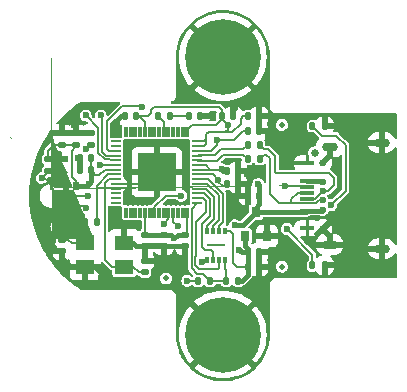
<source format=gbl>
G04 #@! TF.GenerationSoftware,KiCad,Pcbnew,7.0.10*
G04 #@! TF.CreationDate,2024-01-15T15:50:16+01:00*
G04 #@! TF.ProjectId,mico,6d69636f-2e6b-4696-9361-645f70636258,rev?*
G04 #@! TF.SameCoordinates,Original*
G04 #@! TF.FileFunction,Copper,L2,Bot*
G04 #@! TF.FilePolarity,Positive*
%FSLAX46Y46*%
G04 Gerber Fmt 4.6, Leading zero omitted, Abs format (unit mm)*
G04 Created by KiCad (PCBNEW 7.0.10) date 2024-01-15 15:50:16*
%MOMM*%
%LPD*%
G01*
G04 APERTURE LIST*
G04 Aperture macros list*
%AMRoundRect*
0 Rectangle with rounded corners*
0 $1 Rounding radius*
0 $2 $3 $4 $5 $6 $7 $8 $9 X,Y pos of 4 corners*
0 Add a 4 corners polygon primitive as box body*
4,1,4,$2,$3,$4,$5,$6,$7,$8,$9,$2,$3,0*
0 Add four circle primitives for the rounded corners*
1,1,$1+$1,$2,$3*
1,1,$1+$1,$4,$5*
1,1,$1+$1,$6,$7*
1,1,$1+$1,$8,$9*
0 Add four rect primitives between the rounded corners*
20,1,$1+$1,$2,$3,$4,$5,0*
20,1,$1+$1,$4,$5,$6,$7,0*
20,1,$1+$1,$6,$7,$8,$9,0*
20,1,$1+$1,$8,$9,$2,$3,0*%
%AMFreePoly0*
4,1,501,-0.656244,0.822997,-0.656238,0.823000,-0.614238,0.822000,-0.614226,0.821995,-0.614215,0.821999,-0.571215,0.818999,-0.571197,0.818990,-0.571179,0.818995,-0.529180,0.812995,-0.529168,0.812988,-0.529154,0.812991,-0.488154,0.804991,-0.488144,0.804984,-0.488134,0.804986,-0.446134,0.794986,-0.446122,0.794977,-0.446106,0.794979,-0.406107,0.782979,-0.406097,0.782971,-0.406085,0.782972,
-0.366085,0.768972,-0.366074,0.768962,-0.366060,0.768963,-0.327061,0.752963,-0.327052,0.752954,-0.327040,0.752954,-0.288041,0.734954,-0.288026,0.734937,-0.288003,0.734935,-0.251003,0.713935,-0.250997,0.713928,-0.250989,0.713927,-0.214989,0.691927,-0.214980,0.691914,-0.214967,0.691912,-0.179967,0.667912,-0.179959,0.667900,-0.179946,0.667897,-0.145946,0.641897,-0.145939,0.641885,
-0.145928,0.641882,-0.113927,0.614882,-0.113920,0.614869,-0.113908,0.614865,-0.082908,0.585865,-0.082900,0.585849,-0.082885,0.585842,-0.053885,0.554842,-0.053879,0.554828,-0.053868,0.554822,-0.026868,0.522822,-0.026864,0.522810,-0.026853,0.522804,-0.000853,0.488804,-0.000849,0.488790,-0.000838,0.488783,0.023162,0.453783,0.023164,0.453769,0.023177,0.453761,0.045177,0.417761,
0.045178,0.417752,0.045185,0.417747,0.066185,0.380747,0.066187,0.380725,0.066204,0.380710,0.084204,0.341710,0.084204,0.341698,0.084213,0.341690,0.100212,0.302690,0.100212,0.302676,0.100222,0.302665,0.114222,0.262665,0.114221,0.262653,0.114229,0.262644,0.126229,0.222644,0.126227,0.222627,0.126236,0.222616,0.136236,0.180616,0.136234,0.180605,0.136241,0.180596,
0.144241,0.139596,0.144238,0.139582,0.144245,0.139571,0.150245,0.097571,0.150240,0.097552,0.150249,0.097535,0.153249,0.054534,0.153245,0.054522,0.153250,0.054512,0.154250,0.012512,0.154247,0.012505,0.154250,0.012500,0.154250,0.002500,0.154247,0.002493,0.154250,0.002487,0.153250,-0.036513,0.153245,-0.036524,0.153249,-0.036536,0.150249,-0.078536,0.150240,-0.078553,
0.150245,-0.078571,0.144245,-0.120571,0.144238,-0.120582,0.144241,-0.120596,0.136241,-0.161596,0.136237,-0.161601,0.136238,-0.161607,0.127238,-0.202607,0.127226,-0.202623,0.127229,-0.202644,0.115229,-0.242644,0.115221,-0.242653,0.115222,-0.242665,0.101222,-0.282665,0.101212,-0.282676,0.101212,-0.282690,0.085213,-0.321690,0.085202,-0.321700,0.085202,-0.321714,0.067202,-0.359714,
0.067187,-0.359727,0.067185,-0.359747,0.046182,-0.396752,0.025182,-0.432752,0.025163,-0.432766,0.025158,-0.432789,0.001158,-0.466788,0.001149,-0.466793,0.001147,-0.466804,-0.024853,-0.500804,-0.024867,-0.500812,-0.024873,-0.500828,-0.051873,-0.531828,-0.051881,-0.531832,-0.051885,-0.531842,-0.080885,-0.562842,-0.080900,-0.562849,-0.080908,-0.562865,-0.111908,-0.591865,-0.111916,-0.591868,
-0.111921,-0.591877,-0.142922,-0.618877,-0.142937,-0.618882,-0.142946,-0.618897,-0.176946,-0.644897,-0.176956,-0.644899,-0.176962,-0.644909,-0.210962,-0.668908,-0.210983,-0.668912,-0.210998,-0.668932,-0.247003,-0.689935,-0.284003,-0.710935,-0.284022,-0.710937,-0.284036,-0.710952,-0.322036,-0.728952,-0.322050,-0.728952,-0.322061,-0.728963,-0.361060,-0.744963,-0.361074,-0.744962,-0.361085,-0.744972,
-0.401085,-0.758972,-0.401097,-0.758971,-0.401107,-0.758979,-0.441106,-0.770979,-0.441127,-0.770976,-0.441143,-0.770988,-0.482143,-0.779988,-0.482148,-0.779987,-0.482154,-0.779991,-0.523154,-0.787991,-0.523168,-0.787988,-0.523180,-0.787995,-0.565179,-0.793995,-0.565196,-0.793990,-0.565214,-0.793999,-0.607214,-0.796999,-0.607226,-0.796994,-0.607239,-0.797000,-0.651239,-0.798000,-0.651244,-0.797997,
-0.651250,-0.798000,-0.651414,-0.797932,-0.651596,-0.797862,-0.651598,-0.797856,-0.651604,-0.797854,-0.651674,-0.797683,-0.651750,-0.797511,-0.651747,-0.797505,-0.651750,-0.797500,-0.651750,-0.497500,-0.651604,-0.497146,-0.651250,-0.497000,-0.636272,-0.497000,-0.607307,-0.494003,-0.581321,-0.491004,-0.556362,-0.486012,-0.531384,-0.480018,-0.483434,-0.464034,-0.459449,-0.454041,-0.413478,-0.432055,
-0.391523,-0.419080,-0.349549,-0.389099,-0.330583,-0.373127,-0.311583,-0.356127,-0.292608,-0.338150,-0.275622,-0.319166,-0.259638,-0.300184,-0.243653,-0.279204,-0.229666,-0.258223,-0.203694,-0.214271,-0.192708,-0.191300,-0.182712,-0.167308,-0.173724,-0.143342,-0.166729,-0.119359,-0.159736,-0.094385,-0.154744,-0.069421,-0.150743,-0.044420,-0.147748,-0.019459,-0.146750,0.002501,-0.146750,0.025476,
-0.148749,0.052463,-0.151747,0.079445,-0.155741,0.105404,-0.161733,0.132372,-0.168728,0.158354,-0.177714,0.183314,-0.187708,0.208299,-0.198703,0.233288,-0.211690,0.257263,-0.224672,0.280232,-0.239663,0.302218,-0.255645,0.324193,-0.272630,0.345173,-0.291604,0.365146,-0.310604,0.384146,-0.330566,0.402112,-0.351553,0.418102,-0.373524,0.434081,-0.419496,0.462064,-0.443459,0.474045,
-0.468432,0.485033,-0.493397,0.494022,-0.519387,0.502019,-0.545358,0.509011,-0.572341,0.514008,-0.598310,0.518003,-0.625282,0.521000,-0.656266,0.522000,-0.666233,0.522000,-0.696217,0.521000,-0.723189,0.518003,-0.749161,0.514008,-0.775139,0.509012,-0.825086,0.495026,-0.850058,0.485038,-0.874046,0.475043,-0.898019,0.463056,-0.920981,0.450078,-0.942972,0.436084,-0.964947,0.420102,
-0.985926,0.404117,-1.023893,0.368148,-1.041869,0.348176,-1.058859,0.328187,-1.074841,0.307210,-1.088823,0.285240,-1.102814,0.262253,-1.114795,0.238292,-1.125788,0.214308,-1.135782,0.190320,-1.143767,0.165370,-1.150766,0.139371,-1.156758,0.113406,-1.160753,0.087443,-1.163751,0.061462,-1.165750,0.035475,-1.165750,0.012517,-1.164751,-0.016463,-1.162751,-0.043455,-1.159756,-0.069421,
-1.154759,-0.095405,-1.148766,-0.121370,-1.140774,-0.146344,-1.131779,-0.171331,-1.121795,-0.196292,-1.110801,-0.220278,-1.097823,-0.243240,-1.083831,-0.266226,-1.068845,-0.288205,-1.052859,-0.309187,-1.035886,-0.329156,-0.997906,-0.367136,-0.977937,-0.384109,-0.956955,-0.400095,-0.934976,-0.415081,-0.911992,-0.429071,-0.889028,-0.442051,-0.865054,-0.453039,-0.840064,-0.463036,-0.815086,-0.472027,
-0.790114,-0.480018,-0.764152,-0.486009,-0.738178,-0.491004,-0.712202,-0.494001,-0.685223,-0.496000,-0.661229,-0.497000,-0.661056,-0.497079,-0.660896,-0.497146,-0.660891,-0.497155,-0.660881,-0.497161,-0.660814,-0.497342,-0.660750,-0.497500,-0.660750,-0.797500,-0.660752,-0.797505,-0.660750,-0.797511,-0.660896,-0.797854,-0.660901,-0.797856,-0.660904,-0.797862,-0.661078,-0.797929,-0.661250,-0.798000,
-0.661255,-0.797997,-0.661262,-0.798000,-0.705261,-0.797000,-0.705273,-0.796994,-0.705286,-0.796999,-0.747286,-0.793999,-0.747303,-0.793990,-0.747321,-0.793995,-0.789321,-0.787995,-0.789332,-0.787988,-0.789346,-0.787991,-0.830346,-0.779991,-0.830351,-0.779987,-0.830357,-0.779988,-0.871357,-0.770988,-0.871373,-0.770976,-0.871394,-0.770979,-0.911394,-0.758979,-0.911403,-0.758971,-0.911415,-0.758972,
-0.951415,-0.744972,-0.951426,-0.744962,-0.951440,-0.744962,-0.990440,-0.728963,-0.990450,-0.728952,-0.990464,-0.728952,-1.028464,-0.710952,-1.028477,-0.710937,-1.028497,-0.710935,-1.065502,-0.689932,-1.101502,-0.668932,-1.101516,-0.668913,-1.101539,-0.668908,-1.135538,-0.644908,-1.135543,-0.644899,-1.135554,-0.644897,-1.169554,-0.618897,-1.169562,-0.618882,-1.169578,-0.618877,-1.200578,-0.591877,
-1.200582,-0.591868,-1.200592,-0.591865,-1.231592,-0.562865,-1.231599,-0.562849,-1.231615,-0.562842,-1.260615,-0.531842,-1.260618,-0.531833,-1.260627,-0.531829,-1.287627,-0.500828,-1.287632,-0.500812,-1.287647,-0.500804,-1.313647,-0.466804,-1.313649,-0.466793,-1.313659,-0.466788,-1.337658,-0.432788,-1.337662,-0.432766,-1.337682,-0.432752,-1.358685,-0.396747,-1.379685,-0.359747,-1.379687,-0.359727,
-1.379702,-0.359714,-1.397702,-0.321714,-1.397702,-0.321699,-1.397713,-0.321689,-1.413713,-0.282690,-1.413712,-0.282675,-1.413722,-0.282665,-1.427722,-0.242665,-1.427721,-0.242652,-1.427729,-0.242643,-1.439729,-0.202644,-1.439726,-0.202622,-1.439738,-0.202607,-1.448738,-0.161607,-1.448737,-0.161601,-1.448741,-0.161596,-1.456741,-0.120596,-1.456738,-0.120581,-1.456745,-0.120570,-1.462745,-0.078571,
-1.462740,-0.078553,-1.462749,-0.078536,-1.465749,-0.036536,-1.465745,-0.036524,-1.465750,-0.036513,-1.466750,0.002487,-1.466747,0.002493,-1.466750,0.002500,-1.466750,0.072500,-1.466740,0.072522,-1.466748,0.072547,-1.463747,0.104552,-1.459747,0.142552,-1.459737,0.142569,-1.459742,0.142591,-1.452742,0.180590,-1.452734,0.180601,-1.452737,0.180615,-1.443737,0.218615,-1.443731,0.218621,
-1.443733,0.218630,-1.433733,0.255631,-1.433725,0.255641,-1.433726,0.255654,-1.421726,0.292654,-1.421715,0.292666,-1.421716,0.292681,-1.407716,0.328681,-1.407710,0.328687,-1.407710,0.328697,-1.392710,0.363697,-1.392696,0.363710,-1.392695,0.363729,-1.374695,0.398728,-1.374689,0.398732,-1.374689,0.398739,-1.356689,0.431740,-1.356674,0.431751,-1.356672,0.431768,-1.335672,0.464768,
-1.335664,0.464773,-1.335662,0.464783,-1.313662,0.496783,-1.313645,0.496793,-1.313640,0.496812,-1.289640,0.526813,-1.289635,0.526815,-1.289634,0.526820,-1.264634,0.556820,-1.264620,0.556826,-1.264616,0.556840,-1.238616,0.584840,-1.238603,0.584845,-1.238597,0.584860,-1.210597,0.611860,-1.210588,0.611863,-1.210584,0.611872,-1.181584,0.637872,-1.181569,0.637877,-1.181562,0.637890,
-1.151562,0.661891,-1.151546,0.661895,-1.151539,0.661908,-1.120540,0.683908,-1.120525,0.683911,-1.120518,0.683922,-1.087519,0.704922,-1.087512,0.704923,-1.087509,0.704928,-1.054509,0.724928,-1.054493,0.724930,-1.054484,0.724942,-1.020484,0.742942,-1.020468,0.742943,-1.020458,0.742955,-0.985458,0.758955,-0.985441,0.758955,-0.985431,0.758966,-0.949432,0.772966,-0.949422,0.772965,
-0.949416,0.772972,-0.912416,0.785972,-0.912401,0.785971,-0.912392,0.785979,-0.875392,0.796979,-0.875379,0.796977,-0.875368,0.796986,-0.838368,0.805986,-0.838353,0.805983,-0.838341,0.805992,-0.800341,0.812992,-0.800332,0.812990,-0.800326,0.812994,-0.761326,0.818994,-0.761309,0.818989,-0.761294,0.818998,-0.716295,0.822998,-0.716272,0.822990,-0.716250,0.823000,-0.656250,0.823000,
-0.656244,0.822997,-0.656244,0.822997,$1*%
G04 Aperture macros list end*
G04 #@! TA.AperFunction,ComponentPad*
%ADD10C,6.400000*%
G04 #@! TD*
G04 #@! TA.AperFunction,ComponentPad*
%ADD11C,0.650000*%
G04 #@! TD*
G04 #@! TA.AperFunction,ComponentPad*
%ADD12C,0.600000*%
G04 #@! TD*
G04 #@! TA.AperFunction,ComponentPad*
%ADD13O,1.350000X0.750000*%
G04 #@! TD*
G04 #@! TA.AperFunction,SMDPad,CuDef*
%ADD14R,1.200000X0.300000*%
G04 #@! TD*
G04 #@! TA.AperFunction,SMDPad,CuDef*
%ADD15RoundRect,0.135000X0.135000X0.185000X-0.135000X0.185000X-0.135000X-0.185000X0.135000X-0.185000X0*%
G04 #@! TD*
G04 #@! TA.AperFunction,SMDPad,CuDef*
%ADD16RoundRect,0.135000X-0.135000X-0.185000X0.135000X-0.185000X0.135000X0.185000X-0.135000X0.185000X0*%
G04 #@! TD*
G04 #@! TA.AperFunction,SMDPad,CuDef*
%ADD17R,3.200000X3.200000*%
G04 #@! TD*
G04 #@! TA.AperFunction,SMDPad,CuDef*
%ADD18RoundRect,0.006000X0.094000X-0.414000X0.094000X0.414000X-0.094000X0.414000X-0.094000X-0.414000X0*%
G04 #@! TD*
G04 #@! TA.AperFunction,SMDPad,CuDef*
%ADD19RoundRect,0.020000X0.400000X-0.080000X0.400000X0.080000X-0.400000X0.080000X-0.400000X-0.080000X0*%
G04 #@! TD*
G04 #@! TA.AperFunction,SMDPad,CuDef*
%ADD20FreePoly0,90.000000*%
G04 #@! TD*
G04 #@! TA.AperFunction,SMDPad,CuDef*
%ADD21R,0.522000X0.725000*%
G04 #@! TD*
G04 #@! TA.AperFunction,SMDPad,CuDef*
%ADD22R,1.600000X0.200000*%
G04 #@! TD*
G04 #@! TA.AperFunction,SMDPad,CuDef*
%ADD23R,0.300000X0.500000*%
G04 #@! TD*
G04 #@! TA.AperFunction,SMDPad,CuDef*
%ADD24R,0.800000X0.900000*%
G04 #@! TD*
G04 #@! TA.AperFunction,SMDPad,CuDef*
%ADD25RoundRect,0.140000X-0.140000X-0.170000X0.140000X-0.170000X0.140000X0.170000X-0.140000X0.170000X0*%
G04 #@! TD*
G04 #@! TA.AperFunction,SMDPad,CuDef*
%ADD26RoundRect,0.140000X-0.170000X0.140000X-0.170000X-0.140000X0.170000X-0.140000X0.170000X0.140000X0*%
G04 #@! TD*
G04 #@! TA.AperFunction,SMDPad,CuDef*
%ADD27RoundRect,0.135000X0.185000X-0.135000X0.185000X0.135000X-0.185000X0.135000X-0.185000X-0.135000X0*%
G04 #@! TD*
G04 #@! TA.AperFunction,SMDPad,CuDef*
%ADD28RoundRect,0.140000X0.140000X0.170000X-0.140000X0.170000X-0.140000X-0.170000X0.140000X-0.170000X0*%
G04 #@! TD*
G04 #@! TA.AperFunction,SMDPad,CuDef*
%ADD29RoundRect,0.140000X0.170000X-0.140000X0.170000X0.140000X-0.170000X0.140000X-0.170000X-0.140000X0*%
G04 #@! TD*
G04 #@! TA.AperFunction,SMDPad,CuDef*
%ADD30R,1.600000X1.300000*%
G04 #@! TD*
G04 #@! TA.AperFunction,SMDPad,CuDef*
%ADD31RoundRect,0.147500X0.147500X0.172500X-0.147500X0.172500X-0.147500X-0.172500X0.147500X-0.172500X0*%
G04 #@! TD*
G04 #@! TA.AperFunction,SMDPad,CuDef*
%ADD32RoundRect,0.135000X-0.185000X0.135000X-0.185000X-0.135000X0.185000X-0.135000X0.185000X0.135000X0*%
G04 #@! TD*
G04 #@! TA.AperFunction,SMDPad,CuDef*
%ADD33C,0.500000*%
G04 #@! TD*
G04 #@! TA.AperFunction,ViaPad*
%ADD34C,0.600000*%
G04 #@! TD*
G04 #@! TA.AperFunction,Conductor*
%ADD35C,0.400000*%
G04 #@! TD*
G04 #@! TA.AperFunction,Conductor*
%ADD36C,0.200000*%
G04 #@! TD*
G04 #@! TA.AperFunction,Conductor*
%ADD37C,0.160000*%
G04 #@! TD*
G04 APERTURE END LIST*
D10*
X136000000Y-123750000D03*
X136000000Y-100250000D03*
D11*
X143810000Y-108400000D03*
D12*
X144460000Y-109200000D03*
X144460000Y-110800000D03*
X144460000Y-111600000D03*
X144460000Y-112400000D03*
X144460000Y-113200000D03*
X145170000Y-112800000D03*
X144460000Y-114800000D03*
D13*
X145060000Y-107870000D03*
X149450000Y-107510000D03*
X149450000Y-116490000D03*
X145060000Y-116130000D03*
D14*
X143150000Y-109250000D03*
X143150000Y-110750000D03*
X143150000Y-111250000D03*
X143150000Y-111750000D03*
X143150000Y-112250000D03*
X143150000Y-113250000D03*
X143150000Y-114750000D03*
D15*
X144610000Y-117900000D03*
X143590000Y-117900000D03*
D16*
X144610000Y-106100000D03*
X143590000Y-106100000D03*
D17*
X130400000Y-110000000D03*
D18*
X133000000Y-106565000D03*
X132600000Y-106565000D03*
X132200000Y-106565000D03*
X131800000Y-106565000D03*
X131400000Y-106565000D03*
X131000000Y-106565000D03*
X130600000Y-106565000D03*
X130200000Y-106565000D03*
X129800000Y-106565000D03*
X129400000Y-106565000D03*
X129000000Y-106565000D03*
X128600000Y-106565000D03*
X128200000Y-106565000D03*
X127800000Y-106565000D03*
X127800000Y-113435000D03*
X128200000Y-113435000D03*
X128600000Y-113435000D03*
X129000000Y-113435000D03*
X129400000Y-113435000D03*
X129800000Y-113435000D03*
X130200000Y-113435000D03*
X130600000Y-113435000D03*
X131000000Y-113435000D03*
X131400000Y-113435000D03*
X131800000Y-113435000D03*
X132200000Y-113435000D03*
X132600000Y-113435000D03*
X133000000Y-113435000D03*
D19*
X133835000Y-112600000D03*
X133835000Y-112200000D03*
X133835000Y-111800000D03*
X133835000Y-111400000D03*
X133835000Y-111000000D03*
X133835000Y-110600000D03*
X133835000Y-110200000D03*
X133835000Y-109800000D03*
X133835000Y-109400000D03*
X133835000Y-109000000D03*
X133835000Y-108600000D03*
X133835000Y-108200000D03*
X133835000Y-107800000D03*
X133835000Y-107400000D03*
X126965000Y-107400000D03*
X126965000Y-107800000D03*
X126965000Y-108200000D03*
X126965000Y-108600000D03*
X126965000Y-109000000D03*
X126965000Y-109400000D03*
X126965000Y-109800000D03*
X126965000Y-110200000D03*
X126965000Y-110600000D03*
X126965000Y-111000000D03*
X126965000Y-111400000D03*
X126965000Y-111800000D03*
X126965000Y-112200000D03*
X126965000Y-112600000D03*
D20*
X121512500Y-111343750D03*
D21*
X122752000Y-111162500D03*
X123574000Y-111162500D03*
X122752000Y-112837500D03*
X123574000Y-112837500D03*
D22*
X135400000Y-116200000D03*
D23*
X136150000Y-114980000D03*
X135650000Y-114980000D03*
X135150000Y-114980000D03*
X134650000Y-114980000D03*
X134650000Y-117420000D03*
X135150000Y-117420000D03*
X135650000Y-117420000D03*
X136150000Y-117420000D03*
D24*
X138800000Y-113400000D03*
X137850000Y-115400000D03*
X139750000Y-115400000D03*
D25*
X139080000Y-118000000D03*
X138120000Y-118000000D03*
D26*
X129400000Y-117520000D03*
X129400000Y-118480000D03*
D15*
X131510000Y-105250000D03*
X130490000Y-105250000D03*
D27*
X122400000Y-108890000D03*
X122400000Y-109910000D03*
D28*
X124880000Y-109800000D03*
X123920000Y-109800000D03*
D26*
X129400000Y-116280000D03*
X129400000Y-115320000D03*
D15*
X137310000Y-119200000D03*
X136290000Y-119200000D03*
D25*
X138120000Y-106500000D03*
X139080000Y-106500000D03*
D26*
X132800000Y-115320000D03*
X132800000Y-116280000D03*
D28*
X124880000Y-108800000D03*
X123920000Y-108800000D03*
D16*
X138090000Y-108900000D03*
X139110000Y-108900000D03*
D15*
X125310000Y-114200000D03*
X124290000Y-114200000D03*
D28*
X127720000Y-105250000D03*
X128680000Y-105250000D03*
X139080000Y-112000000D03*
X138120000Y-112000000D03*
D29*
X124800000Y-107680000D03*
X124800000Y-106720000D03*
D25*
X135920000Y-105250000D03*
X136880000Y-105250000D03*
X138120000Y-105250000D03*
X139080000Y-105250000D03*
D30*
X124350000Y-118000000D03*
X127650000Y-118000000D03*
X127650000Y-116000000D03*
X124350000Y-116000000D03*
D26*
X122400000Y-107680000D03*
X122400000Y-106720000D03*
X123600000Y-107680000D03*
X123600000Y-106720000D03*
D25*
X137280000Y-111000000D03*
X136320000Y-111000000D03*
D26*
X131000000Y-116280000D03*
X131000000Y-115320000D03*
D25*
X137280000Y-109900000D03*
X136320000Y-109900000D03*
D15*
X133890000Y-119200000D03*
X134910000Y-119200000D03*
D31*
X133115000Y-105250000D03*
X134085000Y-105250000D03*
D16*
X139110000Y-107700000D03*
X138090000Y-107700000D03*
D32*
X121200000Y-108890000D03*
X121200000Y-109910000D03*
D25*
X139080000Y-116800000D03*
X138120000Y-116800000D03*
D29*
X122400000Y-115720000D03*
X122400000Y-116680000D03*
D33*
X141000000Y-118000000D03*
X141000000Y-106000000D03*
X131200000Y-119000000D03*
D34*
X126750000Y-113750000D03*
X137000000Y-114500000D03*
X132500000Y-112000000D03*
X141300000Y-111200000D03*
X141400000Y-114800000D03*
X139000000Y-111000000D03*
X131400000Y-111000000D03*
X131400000Y-109000000D03*
X129400000Y-109000000D03*
X130400000Y-110000000D03*
X125650000Y-119000000D03*
X130150000Y-117500000D03*
X123400000Y-106000000D03*
X134900000Y-105250000D03*
X122150000Y-108500000D03*
X123920000Y-109480000D03*
X127000000Y-106650000D03*
X138025000Y-110125000D03*
X121650000Y-110750000D03*
X121500000Y-115800000D03*
X129400000Y-111000000D03*
X137000000Y-104600000D03*
X134250000Y-117600000D03*
X139800000Y-107000000D03*
X135900000Y-109750000D03*
X124650000Y-111000000D03*
X131907866Y-115580000D03*
X137400000Y-116600000D03*
X136400000Y-106000000D03*
X124400000Y-108000000D03*
X125579045Y-109421610D03*
X135623025Y-110626975D03*
X135500000Y-107250000D03*
X124390000Y-105200000D03*
X125660000Y-105200000D03*
X120650000Y-110500000D03*
X121900000Y-114600000D03*
X133000000Y-119200000D03*
X129150000Y-104500000D03*
X132200000Y-114600000D03*
X124400000Y-113000000D03*
X131000000Y-114400000D03*
X124600000Y-112000000D03*
D35*
X127000000Y-106650000D02*
X127000000Y-105600000D01*
X127000000Y-105600000D02*
X127350000Y-105250000D01*
X127350000Y-105250000D02*
X127720000Y-105250000D01*
D36*
X135500000Y-107250000D02*
X136950000Y-107250000D01*
X136950000Y-107250000D02*
X137700000Y-106500000D01*
X135500000Y-107700000D02*
X135000000Y-108200000D01*
X135500000Y-107250000D02*
X135500000Y-107700000D01*
X135000000Y-108200000D02*
X133835000Y-108200000D01*
X137700000Y-106500000D02*
X138120000Y-106500000D01*
D37*
X124390000Y-105200000D02*
X125469989Y-106279989D01*
X126387000Y-108887000D02*
X126500000Y-109000000D01*
X125469989Y-106279989D02*
X125469989Y-108342575D01*
X126014414Y-108887000D02*
X126387000Y-108887000D01*
X125469989Y-108342575D02*
X126014414Y-108887000D01*
X126500000Y-109000000D02*
X126965000Y-109000000D01*
X125600655Y-109400000D02*
X126965000Y-109400000D01*
X125579045Y-109421610D02*
X125600655Y-109400000D01*
X124880000Y-110000000D02*
X125130000Y-110250000D01*
X125130000Y-110250000D02*
X125500000Y-110250000D01*
X125500000Y-110250000D02*
X125770000Y-109980000D01*
X125770000Y-109980000D02*
X125840244Y-109980000D01*
X125840244Y-109980000D02*
X126020244Y-109800000D01*
X126020244Y-109800000D02*
X126965000Y-109800000D01*
X125080000Y-110000000D02*
X125080000Y-110080000D01*
D36*
X141800000Y-112654000D02*
X143868448Y-112654000D01*
X143868448Y-112654000D02*
X144122448Y-112400000D01*
X144122448Y-112400000D02*
X144460000Y-112400000D01*
D37*
X126965000Y-108200000D02*
X126400000Y-108200000D01*
X126400000Y-108200000D02*
X126200000Y-108000000D01*
X126200000Y-108000000D02*
X126200000Y-105700000D01*
X126200000Y-105700000D02*
X127500000Y-104400000D01*
X127500000Y-104400000D02*
X128000000Y-104400000D01*
D35*
X131647866Y-115320000D02*
X131000000Y-115320000D01*
X131907866Y-115580000D02*
X131647866Y-115320000D01*
X132167866Y-115320000D02*
X132800000Y-115320000D01*
X131907866Y-115580000D02*
X132167866Y-115320000D01*
D37*
X133835000Y-112200000D02*
X134339280Y-112200000D01*
X133638987Y-117170689D02*
X133638987Y-117838987D01*
X134339280Y-112200000D02*
X134560011Y-112420731D01*
X134560011Y-112420731D02*
X134560011Y-113395911D01*
X133638987Y-117838987D02*
X134000000Y-118200000D01*
X134560011Y-113395911D02*
X133750000Y-114205922D01*
X133750000Y-114205922D02*
X133750000Y-117059676D01*
X133750000Y-117059676D02*
X133638987Y-117170689D01*
X134250000Y-117600000D02*
X134430000Y-117420000D01*
X134430000Y-117420000D02*
X134650000Y-117420000D01*
D36*
X135196050Y-110200000D02*
X133835000Y-110200000D01*
X135623025Y-110626975D02*
X135196050Y-110200000D01*
X135623025Y-110626975D02*
X135623025Y-110823025D01*
X135623025Y-110823025D02*
X136000000Y-111200000D01*
X136000000Y-111200000D02*
X136320000Y-111200000D01*
D35*
X137700000Y-114500000D02*
X138800000Y-113400000D01*
X137000000Y-114500000D02*
X137700000Y-114500000D01*
D36*
X132500000Y-112000000D02*
X131159136Y-112000000D01*
X131159136Y-112000000D02*
X130200000Y-112959136D01*
X130200000Y-112959136D02*
X130200000Y-113435000D01*
X143590000Y-117900000D02*
X143590000Y-116990000D01*
X143590000Y-116990000D02*
X141400000Y-114800000D01*
X141300000Y-111200000D02*
X143100000Y-111200000D01*
X143100000Y-111200000D02*
X143150000Y-111250000D01*
D35*
X144460000Y-110800000D02*
X144406000Y-110746000D01*
X144406000Y-110746000D02*
X143150000Y-110746000D01*
X143150000Y-113250000D02*
X144410000Y-113250000D01*
X144410000Y-113250000D02*
X144460000Y-113200000D01*
X138800000Y-113400000D02*
X143000000Y-113400000D01*
X143000000Y-113400000D02*
X143150000Y-113250000D01*
D36*
X143590000Y-106100000D02*
X144390000Y-106900000D01*
X144390000Y-106900000D02*
X145600000Y-106900000D01*
X145600000Y-106900000D02*
X146400000Y-107700000D01*
X146400000Y-107700000D02*
X146400000Y-111570000D01*
X146400000Y-111570000D02*
X145170000Y-112800000D01*
X140745838Y-112654000D02*
X141800000Y-112654000D01*
X141800000Y-112654000D02*
X141800000Y-112300000D01*
X141800000Y-112300000D02*
X142350000Y-111750000D01*
X142350000Y-111750000D02*
X143150000Y-111750000D01*
X139110000Y-107700000D02*
X139485000Y-108075000D01*
X145400000Y-111100000D02*
X144900000Y-111600000D01*
X139485000Y-108075000D02*
X139842717Y-108075000D01*
X140425000Y-108657283D02*
X140425000Y-110025000D01*
X139842717Y-108075000D02*
X140425000Y-108657283D01*
X140425000Y-110025000D02*
X140500000Y-110100000D01*
X140500000Y-110100000D02*
X145000000Y-110100000D01*
X145000000Y-110100000D02*
X145400000Y-110500000D01*
X145400000Y-110500000D02*
X145400000Y-111100000D01*
X144900000Y-111600000D02*
X144460000Y-111600000D01*
X139110000Y-108900000D02*
X139485000Y-108525000D01*
X139485000Y-108525000D02*
X139656317Y-108525000D01*
X139656317Y-108525000D02*
X139975000Y-108843683D01*
X139975000Y-108843683D02*
X139975000Y-111883162D01*
X139975000Y-111883162D02*
X140745838Y-112654000D01*
X143150000Y-112250000D02*
X143810000Y-112250000D01*
X143810000Y-112250000D02*
X144460000Y-111600000D01*
D35*
X139080000Y-111080000D02*
X139000000Y-111000000D01*
X139080000Y-112000000D02*
X139080000Y-111080000D01*
X138800000Y-113400000D02*
X138800000Y-113000000D01*
X139080000Y-112720000D02*
X139080000Y-112000000D01*
X138800000Y-113000000D02*
X139080000Y-112720000D01*
X124350000Y-118000000D02*
X123150000Y-118000000D01*
X122400000Y-117250000D02*
X122400000Y-116680000D01*
X123150000Y-118000000D02*
X122400000Y-117250000D01*
X124350000Y-118000000D02*
X125150000Y-118000000D01*
X125650000Y-118500000D02*
X125650000Y-119000000D01*
X125150000Y-118000000D02*
X125650000Y-118500000D01*
X130130000Y-117520000D02*
X130150000Y-117500000D01*
X129400000Y-117520000D02*
X130130000Y-117520000D01*
X123920000Y-108800000D02*
X123920000Y-109480000D01*
X122400000Y-106720000D02*
X124800000Y-106720000D01*
X123600000Y-106200000D02*
X123400000Y-106000000D01*
X123600000Y-106720000D02*
X123600000Y-106200000D01*
D36*
X122400000Y-108750000D02*
X122150000Y-108500000D01*
X122400000Y-108890000D02*
X122400000Y-108750000D01*
X129400000Y-111000000D02*
X130400000Y-110000000D01*
X126965000Y-111000000D02*
X129400000Y-111000000D01*
D35*
X138025000Y-110125000D02*
X137900000Y-110000000D01*
X122400000Y-116680000D02*
X121980000Y-116680000D01*
X121500000Y-116200000D02*
X121500000Y-115800000D01*
X121980000Y-116680000D02*
X121500000Y-116200000D01*
X136880000Y-104720000D02*
X137000000Y-104600000D01*
X136880000Y-105250000D02*
X136880000Y-104720000D01*
X123920000Y-109480000D02*
X123920000Y-109800000D01*
X129400000Y-116280000D02*
X131000000Y-116280000D01*
X132800000Y-116280000D02*
X131000000Y-116280000D01*
X127650000Y-116000000D02*
X128400000Y-116000000D01*
X128680000Y-116280000D02*
X129400000Y-116280000D01*
X128400000Y-116000000D02*
X128680000Y-116280000D01*
X139080000Y-105250000D02*
X139080000Y-106500000D01*
X139800000Y-107000000D02*
X139800000Y-106600000D01*
X139700000Y-106500000D02*
X139800000Y-106600000D01*
X139080000Y-106500000D02*
X139700000Y-106500000D01*
X137800000Y-109900000D02*
X138025000Y-110125000D01*
X137280000Y-109900000D02*
X137800000Y-109900000D01*
X137280000Y-109900000D02*
X137280000Y-111000000D01*
D36*
X121512500Y-110887500D02*
X121650000Y-110750000D01*
X121512500Y-111343750D02*
X121512500Y-110887500D01*
X134085000Y-105250000D02*
X134900000Y-105250000D01*
D37*
X133835000Y-107400000D02*
X134400000Y-107400000D01*
X134400000Y-107400000D02*
X134600000Y-107200000D01*
X134600000Y-107200000D02*
X134600000Y-106800000D01*
X134600000Y-106800000D02*
X134800000Y-106600000D01*
X133835000Y-107800000D02*
X134400000Y-107800000D01*
X134600000Y-107600000D02*
X134600000Y-107200000D01*
X134400000Y-107800000D02*
X134600000Y-107600000D01*
X124880000Y-110000000D02*
X124880000Y-108800000D01*
X133000000Y-115120000D02*
X132800000Y-115320000D01*
X133000000Y-113435000D02*
X133000000Y-115120000D01*
X129400000Y-115320000D02*
X129400000Y-113435000D01*
D36*
X122400000Y-107680000D02*
X123600000Y-107680000D01*
X123600000Y-107680000D02*
X123600000Y-107800000D01*
X123600000Y-107800000D02*
X123200000Y-108200000D01*
X123200000Y-108200000D02*
X123200000Y-110400000D01*
X123561400Y-110761400D02*
X123561400Y-111162253D01*
X123200000Y-110400000D02*
X123561400Y-110761400D01*
X121200000Y-108890000D02*
X121200000Y-108200000D01*
X121720000Y-107680000D02*
X122400000Y-107680000D01*
X121200000Y-108200000D02*
X121720000Y-107680000D01*
X136900000Y-116500000D02*
X136900000Y-115250000D01*
X136900000Y-115250000D02*
X136630000Y-114980000D01*
X136630000Y-114980000D02*
X136350000Y-114980000D01*
X133835000Y-109400000D02*
X134550000Y-109400000D01*
X134550000Y-109400000D02*
X134950000Y-109800000D01*
X134235000Y-109800000D02*
X134950000Y-109800000D01*
X135850000Y-109800000D02*
X135900000Y-109750000D01*
X135200000Y-109800000D02*
X135850000Y-109800000D01*
X134950000Y-109800000D02*
X135200000Y-109800000D01*
X136150000Y-110000000D02*
X135900000Y-109750000D01*
X136320000Y-110000000D02*
X136150000Y-110000000D01*
X129400000Y-106565000D02*
X129400000Y-105750000D01*
X128900000Y-105250000D02*
X128680000Y-105250000D01*
X129400000Y-105750000D02*
X128900000Y-105250000D01*
X135920000Y-104770000D02*
X135650000Y-104500000D01*
D35*
X124880000Y-110770000D02*
X124650000Y-111000000D01*
X124880000Y-110000000D02*
X124880000Y-110770000D01*
X124487747Y-111162253D02*
X124650000Y-111000000D01*
X123561400Y-111162253D02*
X124487747Y-111162253D01*
D36*
X128680000Y-105250000D02*
X129650000Y-105250000D01*
X129650000Y-105250000D02*
X129900000Y-105000000D01*
X129900000Y-104750000D02*
X130150000Y-104500000D01*
X129900000Y-105000000D02*
X129900000Y-104750000D01*
X130150000Y-104500000D02*
X135650000Y-104500000D01*
X135920000Y-105250000D02*
X135920000Y-104770000D01*
X136150000Y-114980000D02*
X136630000Y-114980000D01*
X136900000Y-117100000D02*
X136900000Y-116500000D01*
D35*
X129400000Y-115320000D02*
X131000000Y-115320000D01*
D37*
X134800000Y-106600000D02*
X135600000Y-106600000D01*
D36*
X138120000Y-118000000D02*
X137200000Y-118000000D01*
X136900000Y-117700000D02*
X136900000Y-117100000D01*
X137200000Y-118000000D02*
X136900000Y-117700000D01*
D35*
X138120000Y-116800000D02*
X138120000Y-118000000D01*
X137310000Y-119200000D02*
X137600000Y-119200000D01*
X138120000Y-118680000D02*
X138120000Y-118000000D01*
X137600000Y-119200000D02*
X138120000Y-118680000D01*
X138120000Y-116800000D02*
X138120000Y-116520000D01*
X137850000Y-116250000D02*
X137850000Y-115400000D01*
X138120000Y-116520000D02*
X137850000Y-116250000D01*
X137400000Y-116600000D02*
X137600000Y-116800000D01*
X137600000Y-116800000D02*
X138120000Y-116800000D01*
D36*
X133400000Y-106000000D02*
X133000000Y-106400000D01*
X135400000Y-106000000D02*
X133400000Y-106000000D01*
X133000000Y-106400000D02*
X133000000Y-106565000D01*
X136400000Y-106400000D02*
X136200000Y-106600000D01*
X136400000Y-106000000D02*
X136400000Y-106400000D01*
X136200000Y-106600000D02*
X135600000Y-106600000D01*
X136800000Y-106600000D02*
X136200000Y-106600000D01*
X135920000Y-105520000D02*
X136400000Y-106000000D01*
X135920000Y-105250000D02*
X135920000Y-105520000D01*
X135920000Y-105480000D02*
X135500000Y-105900000D01*
X135500000Y-105900000D02*
X135400000Y-106000000D01*
X135920000Y-105250000D02*
X135920000Y-105480000D01*
X135670000Y-105730000D02*
X135500000Y-105900000D01*
X138120000Y-105250000D02*
X137750000Y-105250000D01*
X137500000Y-105500000D02*
X137500000Y-105900000D01*
X137750000Y-105250000D02*
X137500000Y-105500000D01*
X137500000Y-105900000D02*
X136800000Y-106600000D01*
D35*
X136050000Y-109900000D02*
X135900000Y-109750000D01*
X136320000Y-109900000D02*
X136050000Y-109900000D01*
D36*
X124720000Y-107680000D02*
X124400000Y-108000000D01*
X124800000Y-107680000D02*
X124720000Y-107680000D01*
D37*
X126000000Y-117400000D02*
X126200000Y-117600000D01*
X126600000Y-118000000D02*
X126000000Y-117400000D01*
X127650000Y-118000000D02*
X126600000Y-118000000D01*
X129400000Y-118480000D02*
X128880000Y-118480000D01*
X128400000Y-118000000D02*
X127650000Y-118000000D01*
X128880000Y-118480000D02*
X128400000Y-118000000D01*
X126965000Y-110600000D02*
X126333412Y-110600000D01*
X126333412Y-110600000D02*
X126000000Y-110933412D01*
X126000000Y-110933412D02*
X126000000Y-117400000D01*
X124350000Y-116000000D02*
X123200000Y-116000000D01*
X122920000Y-115720000D02*
X122400000Y-115720000D01*
X123200000Y-116000000D02*
X122920000Y-115720000D01*
X124350000Y-114950000D02*
X124350000Y-116000000D01*
X124290000Y-114890000D02*
X124350000Y-114950000D01*
X124290000Y-114200000D02*
X124290000Y-114890000D01*
D36*
X131510000Y-105250000D02*
X133115000Y-105250000D01*
D37*
X125800000Y-108266706D02*
X125800000Y-105340000D01*
X126965000Y-108600000D02*
X126133294Y-108600000D01*
X126133294Y-108600000D02*
X125800000Y-108266706D01*
X125800000Y-105340000D02*
X125660000Y-105200000D01*
D36*
X122400000Y-109910000D02*
X121200000Y-109910000D01*
X121200000Y-109950000D02*
X120650000Y-110500000D01*
X121200000Y-109910000D02*
X121200000Y-109950000D01*
D37*
X121900000Y-114600000D02*
X122500000Y-114600000D01*
X122739400Y-114360600D02*
X122739400Y-113660600D01*
X122500000Y-114600000D02*
X122739400Y-114360600D01*
X122739400Y-112837747D02*
X122739400Y-113660600D01*
D36*
X133890000Y-119200000D02*
X133000000Y-119200000D01*
D37*
X134910000Y-119200000D02*
X136290000Y-119200000D01*
X136150000Y-118170000D02*
X136290000Y-118310000D01*
X136150000Y-117420000D02*
X136150000Y-118170000D01*
X136290000Y-119200000D02*
X136290000Y-118310000D01*
X134310000Y-118600000D02*
X134910000Y-119200000D01*
X133800000Y-118600000D02*
X134310000Y-118600000D01*
X133351987Y-118151987D02*
X133800000Y-118600000D01*
X133351987Y-113083013D02*
X133351987Y-118151987D01*
X133835000Y-112600000D02*
X133351987Y-113083013D01*
X131000000Y-106565000D02*
X131000000Y-105800000D01*
D36*
X131000000Y-105760000D02*
X130490000Y-105250000D01*
X131000000Y-106565000D02*
X131000000Y-105760000D01*
D37*
X126266706Y-110200000D02*
X125310000Y-111156706D01*
X126965000Y-110200000D02*
X126266706Y-110200000D01*
X125310000Y-114200000D02*
X125310000Y-113690000D01*
X125310000Y-113690000D02*
X125310000Y-114000000D01*
X125310000Y-111156706D02*
X125310000Y-113690000D01*
X129050000Y-104400000D02*
X129150000Y-104500000D01*
X127750000Y-104400000D02*
X129050000Y-104400000D01*
X128000000Y-104400000D02*
X127750000Y-104400000D01*
X129000000Y-104400000D02*
X128000000Y-104400000D01*
X131800000Y-114200000D02*
X131800000Y-113435000D01*
X132200000Y-114600000D02*
X131800000Y-114200000D01*
X124237747Y-112837747D02*
X124400000Y-113000000D01*
X123561400Y-112837747D02*
X124237747Y-112837747D01*
X131400000Y-114000000D02*
X131000000Y-114400000D01*
X131400000Y-113435000D02*
X131400000Y-114000000D01*
X122752000Y-111162500D02*
X122752000Y-111752000D01*
X123000000Y-112000000D02*
X124600000Y-112000000D01*
X122752000Y-111752000D02*
X123000000Y-112000000D01*
D36*
X134000000Y-118200000D02*
X135600000Y-118200000D01*
X135684010Y-117558351D02*
X135684010Y-117420000D01*
X135650000Y-117592361D02*
X135684010Y-117558351D01*
X135650000Y-118150000D02*
X135650000Y-117592361D01*
X135600000Y-118200000D02*
X135650000Y-118150000D01*
D37*
X135150000Y-116750000D02*
X135150000Y-117420000D01*
X135000000Y-116600000D02*
X135150000Y-116750000D01*
X134478798Y-116600000D02*
X135000000Y-116600000D01*
X134200000Y-116321202D02*
X134478798Y-116600000D01*
X134200000Y-114400000D02*
X134200000Y-116321202D01*
X134920021Y-113679979D02*
X134200000Y-114400000D01*
X134920021Y-112271609D02*
X134920021Y-113679979D01*
X134448412Y-111800000D02*
X134920021Y-112271609D01*
X133835000Y-111800000D02*
X134448412Y-111800000D01*
X133835000Y-111400000D02*
X134557542Y-111400000D01*
X134557542Y-111400000D02*
X135280031Y-112122489D01*
X135280031Y-113944969D02*
X135280031Y-113719969D01*
X134650000Y-114575000D02*
X135280031Y-113944969D01*
X134650000Y-114980000D02*
X134650000Y-114575000D01*
X135280031Y-112122489D02*
X135280031Y-113719969D01*
X134666673Y-111000000D02*
X133835000Y-111000000D01*
X135640041Y-111973368D02*
X134666673Y-111000000D01*
X135150000Y-114575000D02*
X135640041Y-114084959D01*
X135640041Y-114084959D02*
X135640041Y-113959959D01*
X135150000Y-114980000D02*
X135150000Y-114575000D01*
X135640041Y-113959959D02*
X135640041Y-111973368D01*
X134775804Y-110600000D02*
X136000051Y-111824247D01*
X133835000Y-110600000D02*
X134775804Y-110600000D01*
X136000051Y-114224949D02*
X136000051Y-114199949D01*
X135650000Y-114575000D02*
X136000051Y-114224949D01*
X135650000Y-114980000D02*
X135650000Y-114575000D01*
X136000051Y-111824247D02*
X136000051Y-114199949D01*
D36*
X135306800Y-108575000D02*
X133860000Y-108575000D01*
X133860000Y-108575000D02*
X133835000Y-108600000D01*
X135806800Y-108075000D02*
X135306800Y-108575000D01*
X138090000Y-107700000D02*
X137715000Y-108075000D01*
X137715000Y-108075000D02*
X135806800Y-108075000D01*
X135993200Y-108525000D02*
X135493200Y-109025000D01*
X133860000Y-109025000D02*
X133835000Y-109000000D01*
X135493200Y-109025000D02*
X133860000Y-109025000D01*
X137715000Y-108525000D02*
X135993200Y-108525000D01*
X138090000Y-108900000D02*
X137715000Y-108525000D01*
G04 #@! TA.AperFunction,Conductor*
G36*
X136384733Y-96294400D02*
G01*
X136394373Y-96295350D01*
X136770582Y-96351156D01*
X136780088Y-96353046D01*
X137149029Y-96445462D01*
X137158300Y-96448274D01*
X137516399Y-96576403D01*
X137525368Y-96580118D01*
X137869176Y-96742727D01*
X137877739Y-96747305D01*
X138203938Y-96942821D01*
X138212016Y-96948218D01*
X138517493Y-97174775D01*
X138525000Y-97180937D01*
X138806797Y-97436342D01*
X138813657Y-97443202D01*
X139069060Y-97724996D01*
X139075224Y-97732506D01*
X139301781Y-98037983D01*
X139307178Y-98046061D01*
X139502694Y-98372260D01*
X139507274Y-98380828D01*
X139669879Y-98724628D01*
X139673597Y-98733604D01*
X139801721Y-99091686D01*
X139804541Y-99100983D01*
X139896950Y-99469900D01*
X139898845Y-99479429D01*
X139954647Y-99855612D01*
X139955600Y-99865280D01*
X139974381Y-100247577D01*
X139974500Y-100252435D01*
X139974500Y-104491715D01*
X139974500Y-104500000D01*
X139974500Y-104559210D01*
X139977510Y-104572396D01*
X140000849Y-104674655D01*
X140000850Y-104674658D01*
X140000851Y-104674660D01*
X140010181Y-104694034D01*
X140052229Y-104781351D01*
X140122603Y-104869596D01*
X140126064Y-104873936D01*
X140135780Y-104881684D01*
X140218648Y-104947770D01*
X140269793Y-104972399D01*
X140325340Y-104999149D01*
X140325343Y-104999149D01*
X140325344Y-104999150D01*
X140351290Y-105005072D01*
X140440790Y-105025500D01*
X140494928Y-105025500D01*
X150625500Y-105025500D01*
X150683691Y-105044407D01*
X150719655Y-105093907D01*
X150724500Y-105124500D01*
X150724500Y-107062065D01*
X150705593Y-107120256D01*
X150656093Y-107156220D01*
X150594907Y-107156220D01*
X150545407Y-107120256D01*
X150535059Y-107102332D01*
X150518916Y-107066074D01*
X150518914Y-107066071D01*
X150409811Y-106915903D01*
X150271869Y-106791701D01*
X150111136Y-106698900D01*
X150111131Y-106698898D01*
X149934598Y-106641538D01*
X149796279Y-106627000D01*
X149704001Y-106627000D01*
X149704000Y-106627001D01*
X149704000Y-107259988D01*
X149125389Y-107259988D01*
X149052463Y-107274494D01*
X148969764Y-107329751D01*
X148914507Y-107412450D01*
X148895103Y-107510000D01*
X148914507Y-107607550D01*
X148969764Y-107690249D01*
X149052463Y-107745506D01*
X149125389Y-107760012D01*
X149704000Y-107760012D01*
X149704000Y-108392999D01*
X149704001Y-108393000D01*
X149796275Y-108393000D01*
X149796279Y-108392999D01*
X149934598Y-108378461D01*
X150111131Y-108321101D01*
X150111136Y-108321099D01*
X150271869Y-108228298D01*
X150409811Y-108104096D01*
X150518914Y-107953928D01*
X150518918Y-107953922D01*
X150535059Y-107917668D01*
X150575999Y-107872198D01*
X150635847Y-107859476D01*
X150691743Y-107884362D01*
X150722336Y-107937350D01*
X150724500Y-107957934D01*
X150724500Y-116042065D01*
X150705593Y-116100256D01*
X150656093Y-116136220D01*
X150594907Y-116136220D01*
X150545407Y-116100256D01*
X150535059Y-116082332D01*
X150518916Y-116046074D01*
X150518914Y-116046071D01*
X150409811Y-115895903D01*
X150271869Y-115771701D01*
X150111136Y-115678900D01*
X150111131Y-115678898D01*
X149934598Y-115621538D01*
X149796279Y-115607000D01*
X149704001Y-115607000D01*
X149704000Y-115607001D01*
X149704000Y-116239988D01*
X149125389Y-116239988D01*
X149052463Y-116254494D01*
X148969764Y-116309751D01*
X148914507Y-116392450D01*
X148895103Y-116490000D01*
X148914507Y-116587550D01*
X148969764Y-116670249D01*
X149052463Y-116725506D01*
X149125389Y-116740012D01*
X149704000Y-116740012D01*
X149704000Y-117372999D01*
X149704001Y-117373000D01*
X149796275Y-117373000D01*
X149796279Y-117372999D01*
X149934598Y-117358461D01*
X150111131Y-117301101D01*
X150111136Y-117301099D01*
X150271869Y-117208298D01*
X150409811Y-117084096D01*
X150518914Y-116933928D01*
X150518918Y-116933922D01*
X150535059Y-116897668D01*
X150575999Y-116852198D01*
X150635847Y-116839476D01*
X150691743Y-116864362D01*
X150722336Y-116917350D01*
X150724500Y-116937934D01*
X150724500Y-118875500D01*
X150705593Y-118933691D01*
X150656093Y-118969655D01*
X150625500Y-118974500D01*
X140508285Y-118974500D01*
X140500000Y-118974500D01*
X140440790Y-118974500D01*
X140435603Y-118975684D01*
X140325344Y-119000849D01*
X140325338Y-119000852D01*
X140218648Y-119052229D01*
X140126068Y-119126060D01*
X140126060Y-119126068D01*
X140052229Y-119218648D01*
X140000852Y-119325338D01*
X140000849Y-119325344D01*
X139974500Y-119440791D01*
X139974500Y-123747564D01*
X139974381Y-123752422D01*
X139955600Y-124134719D01*
X139954647Y-124144387D01*
X139898845Y-124520570D01*
X139896950Y-124530099D01*
X139804541Y-124899016D01*
X139801721Y-124908313D01*
X139673597Y-125266395D01*
X139669879Y-125275371D01*
X139507274Y-125619171D01*
X139502694Y-125627739D01*
X139307178Y-125953938D01*
X139301781Y-125962016D01*
X139075224Y-126267493D01*
X139069060Y-126275003D01*
X138813662Y-126556792D01*
X138806792Y-126563662D01*
X138525003Y-126819060D01*
X138517493Y-126825224D01*
X138212016Y-127051781D01*
X138203938Y-127057178D01*
X137877739Y-127252694D01*
X137869171Y-127257274D01*
X137525371Y-127419879D01*
X137516395Y-127423597D01*
X137158313Y-127551721D01*
X137149016Y-127554541D01*
X136780099Y-127646950D01*
X136770570Y-127648845D01*
X136394387Y-127704647D01*
X136384719Y-127705600D01*
X136004858Y-127724261D01*
X135995142Y-127724261D01*
X135615280Y-127705600D01*
X135605612Y-127704647D01*
X135229429Y-127648845D01*
X135219900Y-127646950D01*
X134850983Y-127554541D01*
X134841686Y-127551721D01*
X134483604Y-127423597D01*
X134474628Y-127419879D01*
X134130828Y-127257274D01*
X134122260Y-127252694D01*
X133796061Y-127057178D01*
X133787983Y-127051781D01*
X133482506Y-126825224D01*
X133474996Y-126819060D01*
X133193207Y-126563662D01*
X133186342Y-126556797D01*
X132930937Y-126275000D01*
X132924775Y-126267493D01*
X132865752Y-126187910D01*
X132698218Y-125962016D01*
X132692821Y-125953938D01*
X132497305Y-125627739D01*
X132492725Y-125619171D01*
X132486756Y-125606551D01*
X132330118Y-125275368D01*
X132326402Y-125266395D01*
X132248413Y-125048430D01*
X132198274Y-124908300D01*
X132195462Y-124899029D01*
X132103046Y-124530088D01*
X132101156Y-124520582D01*
X132045350Y-124144373D01*
X132044400Y-124134731D01*
X132025619Y-123752421D01*
X132025560Y-123750006D01*
X132286911Y-123750006D01*
X132307250Y-124138106D01*
X132307253Y-124138134D01*
X132368049Y-124521990D01*
X132368050Y-124521992D01*
X132468642Y-124897405D01*
X132468649Y-124897428D01*
X132607922Y-125260246D01*
X132784368Y-125606540D01*
X132784374Y-125606551D01*
X132996050Y-125932501D01*
X133202876Y-126187910D01*
X134699993Y-124690792D01*
X134701570Y-124693365D01*
X134865130Y-124884870D01*
X135056635Y-125048430D01*
X135059205Y-125050004D01*
X133562088Y-126547122D01*
X133817498Y-126753949D01*
X134143448Y-126965625D01*
X134143459Y-126965631D01*
X134489753Y-127142077D01*
X134852571Y-127281350D01*
X134852594Y-127281357D01*
X135228007Y-127381949D01*
X135228009Y-127381950D01*
X135611865Y-127442746D01*
X135611893Y-127442749D01*
X135999994Y-127463089D01*
X136000006Y-127463089D01*
X136388106Y-127442749D01*
X136388134Y-127442746D01*
X136771990Y-127381950D01*
X136771992Y-127381949D01*
X137147405Y-127281357D01*
X137147428Y-127281350D01*
X137510246Y-127142077D01*
X137856540Y-126965631D01*
X137856551Y-126965624D01*
X138182492Y-126753956D01*
X138182502Y-126753949D01*
X138437910Y-126547122D01*
X136940793Y-125050005D01*
X136943365Y-125048430D01*
X137134870Y-124884870D01*
X137298430Y-124693365D01*
X137300005Y-124690793D01*
X138797122Y-126187910D01*
X139003949Y-125932502D01*
X139003956Y-125932492D01*
X139215624Y-125606551D01*
X139215631Y-125606540D01*
X139392077Y-125260246D01*
X139531350Y-124897428D01*
X139531357Y-124897405D01*
X139631949Y-124521992D01*
X139631950Y-124521990D01*
X139692746Y-124138134D01*
X139692749Y-124138106D01*
X139713089Y-123750006D01*
X139713089Y-123749993D01*
X139692749Y-123361893D01*
X139692746Y-123361865D01*
X139631950Y-122978009D01*
X139631949Y-122978007D01*
X139531357Y-122602594D01*
X139531350Y-122602571D01*
X139392077Y-122239753D01*
X139215631Y-121893461D01*
X139003949Y-121567498D01*
X138797122Y-121312088D01*
X137300004Y-122809205D01*
X137298430Y-122806635D01*
X137134870Y-122615130D01*
X136943365Y-122451570D01*
X136940792Y-122449993D01*
X138437910Y-120952876D01*
X138182501Y-120746050D01*
X137856551Y-120534374D01*
X137856540Y-120534368D01*
X137510246Y-120357922D01*
X137147428Y-120218649D01*
X137147405Y-120218642D01*
X136771992Y-120118050D01*
X136771990Y-120118049D01*
X136388134Y-120057253D01*
X136388106Y-120057250D01*
X136000006Y-120036911D01*
X135999994Y-120036911D01*
X135611893Y-120057250D01*
X135611865Y-120057253D01*
X135228009Y-120118049D01*
X135228007Y-120118050D01*
X134852594Y-120218642D01*
X134852571Y-120218649D01*
X134489753Y-120357922D01*
X134143461Y-120534368D01*
X133817504Y-120746046D01*
X133562088Y-120952876D01*
X135059206Y-122449994D01*
X135056635Y-122451570D01*
X134865130Y-122615130D01*
X134701570Y-122806635D01*
X134699994Y-122809206D01*
X133202876Y-121312088D01*
X132996046Y-121567504D01*
X132784368Y-121893461D01*
X132607922Y-122239753D01*
X132468649Y-122602571D01*
X132468642Y-122602594D01*
X132368050Y-122978007D01*
X132368049Y-122978009D01*
X132307253Y-123361865D01*
X132307250Y-123361893D01*
X132286911Y-123749993D01*
X132286911Y-123750006D01*
X132025560Y-123750006D01*
X132025500Y-123747564D01*
X132025500Y-120440791D01*
X131999150Y-120325344D01*
X131999149Y-120325343D01*
X131999149Y-120325340D01*
X131969007Y-120262750D01*
X131947770Y-120218648D01*
X131873939Y-120126068D01*
X131873936Y-120126064D01*
X131863887Y-120118050D01*
X131781351Y-120052229D01*
X131701816Y-120013928D01*
X131674660Y-120000851D01*
X131674658Y-120000850D01*
X131674655Y-120000849D01*
X131583449Y-119980032D01*
X131559210Y-119974500D01*
X131559209Y-119974500D01*
X124037824Y-119974500D01*
X123982725Y-119957750D01*
X123618960Y-119714068D01*
X123521696Y-119648911D01*
X123516613Y-119645268D01*
X123049087Y-119287268D01*
X123044238Y-119283306D01*
X122673767Y-118960499D01*
X122600293Y-118896478D01*
X122595707Y-118892220D01*
X122542303Y-118839388D01*
X122399979Y-118698587D01*
X123042000Y-118698587D01*
X123048504Y-118759088D01*
X123048506Y-118759098D01*
X123099552Y-118895960D01*
X123187092Y-119012899D01*
X123187100Y-119012907D01*
X123304039Y-119100447D01*
X123440901Y-119151493D01*
X123440911Y-119151495D01*
X123501413Y-119158000D01*
X124095999Y-119158000D01*
X124096000Y-119157999D01*
X124604000Y-119157999D01*
X124604001Y-119158000D01*
X125198587Y-119158000D01*
X125259088Y-119151495D01*
X125259098Y-119151493D01*
X125395960Y-119100447D01*
X125512899Y-119012907D01*
X125512907Y-119012899D01*
X125522562Y-119000002D01*
X130694353Y-119000002D01*
X130714834Y-119142456D01*
X130774622Y-119273371D01*
X130774623Y-119273373D01*
X130864580Y-119377190D01*
X130868873Y-119382144D01*
X130960130Y-119440791D01*
X130989947Y-119459953D01*
X131096403Y-119491211D01*
X131128035Y-119500499D01*
X131128036Y-119500499D01*
X131128039Y-119500500D01*
X131128041Y-119500500D01*
X131271959Y-119500500D01*
X131271961Y-119500500D01*
X131410053Y-119459953D01*
X131531128Y-119382143D01*
X131625377Y-119273373D01*
X131685165Y-119142457D01*
X131697374Y-119057543D01*
X131705647Y-119000002D01*
X131705647Y-118999997D01*
X131685165Y-118857543D01*
X131671122Y-118826793D01*
X131625377Y-118726627D01*
X131531128Y-118617857D01*
X131531127Y-118617856D01*
X131531126Y-118617855D01*
X131410057Y-118540049D01*
X131410054Y-118540047D01*
X131410053Y-118540047D01*
X131410050Y-118540046D01*
X131271964Y-118499500D01*
X131271961Y-118499500D01*
X131128039Y-118499500D01*
X131128035Y-118499500D01*
X130989949Y-118540046D01*
X130989942Y-118540049D01*
X130868873Y-118617855D01*
X130774622Y-118726628D01*
X130714834Y-118857543D01*
X130694353Y-118999997D01*
X130694353Y-119000002D01*
X125522562Y-119000002D01*
X125600447Y-118895960D01*
X125651493Y-118759098D01*
X125651495Y-118759088D01*
X125658000Y-118698587D01*
X125658000Y-118254001D01*
X125657999Y-118254000D01*
X124604001Y-118254000D01*
X124604000Y-118254001D01*
X124604000Y-119157999D01*
X124096000Y-119157999D01*
X124096000Y-118254001D01*
X124095999Y-118254000D01*
X123042001Y-118254000D01*
X123042000Y-118254001D01*
X123042000Y-118698587D01*
X122399979Y-118698587D01*
X122230872Y-118531290D01*
X122177103Y-118478096D01*
X122172793Y-118473554D01*
X121946127Y-118219003D01*
X121781197Y-118033784D01*
X121777185Y-118028980D01*
X121680860Y-117905951D01*
X121414187Y-117565348D01*
X121410488Y-117560303D01*
X121390473Y-117531110D01*
X121124283Y-117142848D01*
X121077520Y-117074640D01*
X121074144Y-117069366D01*
X121048330Y-117026080D01*
X120993418Y-116934000D01*
X121588327Y-116934000D01*
X121630569Y-117079396D01*
X121713909Y-117220318D01*
X121829681Y-117336090D01*
X121970604Y-117419431D01*
X122127822Y-117465107D01*
X122127829Y-117465109D01*
X122146000Y-117466538D01*
X122146000Y-116934001D01*
X122145999Y-116934000D01*
X121588327Y-116934000D01*
X120993418Y-116934000D01*
X120772542Y-116563618D01*
X120769508Y-116558142D01*
X120500490Y-116034352D01*
X120497807Y-116028694D01*
X120262445Y-115488953D01*
X120260124Y-115483136D01*
X120059345Y-114929566D01*
X120057398Y-114923615D01*
X119975123Y-114642457D01*
X119892023Y-114358482D01*
X119890459Y-114352432D01*
X119887914Y-114341126D01*
X119761135Y-113777939D01*
X119759961Y-113771825D01*
X119667219Y-113190325D01*
X119666430Y-113184125D01*
X119666337Y-113183147D01*
X119610634Y-112597895D01*
X119610240Y-112591660D01*
X119609877Y-112580203D01*
X119591618Y-112003128D01*
X119591618Y-111996869D01*
X119593818Y-111927331D01*
X119610241Y-111408322D01*
X119610633Y-111402106D01*
X119666431Y-110815859D01*
X119667218Y-110809678D01*
X119759962Y-110228169D01*
X119761134Y-110222066D01*
X119890463Y-109647547D01*
X119892021Y-109641525D01*
X120057399Y-109076379D01*
X120059345Y-109070433D01*
X120061564Y-109064316D01*
X120260128Y-108516852D01*
X120262445Y-108511046D01*
X120268012Y-108498281D01*
X120497810Y-107971296D01*
X120500490Y-107965647D01*
X120769515Y-107441844D01*
X120772535Y-107436394D01*
X121074152Y-106930618D01*
X121077511Y-106925372D01*
X121407945Y-106443405D01*
X121456443Y-106406104D01*
X121517606Y-106404433D01*
X121568070Y-106439031D01*
X121568766Y-106439947D01*
X121588327Y-106466000D01*
X122145999Y-106466000D01*
X122146000Y-106465999D01*
X122654000Y-106465999D01*
X122654001Y-106466000D01*
X123345999Y-106466000D01*
X123346000Y-106465999D01*
X123346000Y-105933460D01*
X123345999Y-105933460D01*
X123327825Y-105934890D01*
X123170601Y-105980569D01*
X123050394Y-106051659D01*
X122990683Y-106065006D01*
X122949606Y-106051659D01*
X122829398Y-105980569D01*
X122672174Y-105934890D01*
X122654000Y-105933460D01*
X122654000Y-106465999D01*
X122146000Y-106465999D01*
X122146000Y-105933460D01*
X122145999Y-105933460D01*
X122127823Y-105934891D01*
X122028136Y-105963853D01*
X121966981Y-105961931D01*
X121918635Y-105924430D01*
X121901565Y-105865674D01*
X121922291Y-105808106D01*
X121926564Y-105802965D01*
X122172805Y-105526431D01*
X122177089Y-105521917D01*
X122595726Y-105107760D01*
X122600275Y-105103536D01*
X123044246Y-104716685D01*
X123049087Y-104712731D01*
X123512941Y-104357543D01*
X123516619Y-104354726D01*
X123521653Y-104351116D01*
X123982727Y-104042248D01*
X124037824Y-104025500D01*
X127232494Y-104025500D01*
X127290685Y-104044407D01*
X127326649Y-104093907D01*
X127326649Y-104155093D01*
X127311495Y-104184164D01*
X127292029Y-104209939D01*
X127283032Y-104220279D01*
X126322802Y-105180509D01*
X126268285Y-105208286D01*
X126207853Y-105198715D01*
X126164588Y-105155450D01*
X126154806Y-105124594D01*
X126145165Y-105057543D01*
X126137199Y-105040100D01*
X126085377Y-104926627D01*
X125991128Y-104817857D01*
X125991127Y-104817856D01*
X125991126Y-104817855D01*
X125870057Y-104740049D01*
X125870054Y-104740047D01*
X125870053Y-104740047D01*
X125870050Y-104740046D01*
X125731964Y-104699500D01*
X125731961Y-104699500D01*
X125588039Y-104699500D01*
X125588035Y-104699500D01*
X125449949Y-104740046D01*
X125449942Y-104740049D01*
X125328873Y-104817855D01*
X125234622Y-104926628D01*
X125174834Y-105057543D01*
X125154353Y-105199997D01*
X125154353Y-105200004D01*
X125173759Y-105334984D01*
X125163325Y-105395273D01*
X125119447Y-105437915D01*
X125058884Y-105446622D01*
X125005763Y-105419076D01*
X124916990Y-105330303D01*
X124889213Y-105275786D01*
X124889002Y-105246215D01*
X124895647Y-105200000D01*
X124895462Y-105198715D01*
X124875165Y-105057543D01*
X124867199Y-105040100D01*
X124815377Y-104926627D01*
X124721128Y-104817857D01*
X124721127Y-104817856D01*
X124721126Y-104817855D01*
X124600057Y-104740049D01*
X124600054Y-104740047D01*
X124600053Y-104740047D01*
X124600050Y-104740046D01*
X124461964Y-104699500D01*
X124461961Y-104699500D01*
X124318039Y-104699500D01*
X124318035Y-104699500D01*
X124179949Y-104740046D01*
X124179942Y-104740049D01*
X124058873Y-104817855D01*
X123964622Y-104926628D01*
X123904834Y-105057543D01*
X123884353Y-105199997D01*
X123884353Y-105200002D01*
X123904834Y-105342456D01*
X123951720Y-105445120D01*
X123964623Y-105473373D01*
X124054619Y-105577235D01*
X124058873Y-105582144D01*
X124176287Y-105657601D01*
X124179947Y-105659953D01*
X124286403Y-105691211D01*
X124318035Y-105700499D01*
X124318036Y-105700499D01*
X124318039Y-105700500D01*
X124318041Y-105700500D01*
X124452805Y-105700500D01*
X124510996Y-105719407D01*
X124522809Y-105729496D01*
X124564724Y-105771411D01*
X124592501Y-105825928D01*
X124582930Y-105886360D01*
X124539665Y-105929625D01*
X124522341Y-105936484D01*
X124370601Y-105980569D01*
X124250394Y-106051659D01*
X124190683Y-106065006D01*
X124149606Y-106051659D01*
X124029398Y-105980569D01*
X123872174Y-105934890D01*
X123854000Y-105933460D01*
X123854000Y-106465999D01*
X123854001Y-106466000D01*
X124955000Y-106466000D01*
X125013191Y-106484907D01*
X125049155Y-106534407D01*
X125054000Y-106565000D01*
X125054000Y-106875000D01*
X125035093Y-106933191D01*
X124985593Y-106969155D01*
X124955000Y-106974000D01*
X121588327Y-106974000D01*
X121630569Y-107119398D01*
X121701196Y-107238823D01*
X121714543Y-107298534D01*
X121690243Y-107354687D01*
X121655970Y-107379781D01*
X121641018Y-107386383D01*
X121619227Y-107393132D01*
X121609570Y-107394937D01*
X121609564Y-107394940D01*
X121585381Y-107409912D01*
X121573262Y-107416300D01*
X121547237Y-107427792D01*
X121547233Y-107427795D01*
X121540284Y-107434744D01*
X121522409Y-107448903D01*
X121514048Y-107454080D01*
X121496907Y-107476778D01*
X121487909Y-107487118D01*
X121033590Y-107941437D01*
X121022361Y-107949550D01*
X121023090Y-107950515D01*
X121015771Y-107956041D01*
X120984141Y-107990737D01*
X120980989Y-107994038D01*
X120967830Y-108007198D01*
X120967818Y-108007212D01*
X120967749Y-108007314D01*
X120959255Y-108018035D01*
X120940083Y-108039066D01*
X120940083Y-108039067D01*
X120936529Y-108048240D01*
X120925896Y-108068412D01*
X120920346Y-108076515D01*
X120920341Y-108076524D01*
X120913830Y-108104206D01*
X120909777Y-108117296D01*
X120899501Y-108143823D01*
X120899500Y-108143829D01*
X120899500Y-108153651D01*
X120896870Y-108176318D01*
X120894621Y-108185879D01*
X120898551Y-108214053D01*
X120899500Y-108227730D01*
X120899500Y-108375604D01*
X120880593Y-108433795D01*
X120842341Y-108465328D01*
X120819598Y-108475933D01*
X120735933Y-108559598D01*
X120685932Y-108666824D01*
X120685932Y-108666825D01*
X120685932Y-108666827D01*
X120679500Y-108715684D01*
X120679500Y-109064316D01*
X120680524Y-109072095D01*
X120685932Y-109113174D01*
X120685932Y-109113175D01*
X120735933Y-109220401D01*
X120735934Y-109220402D01*
X120735935Y-109220404D01*
X120819596Y-109304065D01*
X120819597Y-109304065D01*
X120819598Y-109304066D01*
X120832915Y-109310276D01*
X120877663Y-109352005D01*
X120889337Y-109412066D01*
X120863478Y-109467518D01*
X120832915Y-109489724D01*
X120819598Y-109495933D01*
X120735933Y-109579598D01*
X120685932Y-109686824D01*
X120685932Y-109686825D01*
X120679500Y-109735685D01*
X120679500Y-109900500D01*
X120660593Y-109958691D01*
X120611093Y-109994655D01*
X120580500Y-109999500D01*
X120578035Y-109999500D01*
X120439949Y-110040046D01*
X120439942Y-110040049D01*
X120318873Y-110117855D01*
X120224622Y-110226628D01*
X120164834Y-110357543D01*
X120144353Y-110499997D01*
X120144353Y-110500002D01*
X120164834Y-110642456D01*
X120212122Y-110746000D01*
X120224623Y-110773373D01*
X120312876Y-110875223D01*
X120318873Y-110882144D01*
X120439942Y-110959950D01*
X120439947Y-110959953D01*
X120531500Y-110986835D01*
X120578035Y-111000499D01*
X120578036Y-111000499D01*
X120578039Y-111000500D01*
X120578041Y-111000500D01*
X120721959Y-111000500D01*
X120721961Y-111000500D01*
X120860053Y-110959953D01*
X120981128Y-110882143D01*
X121075377Y-110773373D01*
X121135165Y-110642457D01*
X121155647Y-110500000D01*
X121154725Y-110493591D01*
X121165156Y-110433304D01*
X121209032Y-110390660D01*
X121252717Y-110380500D01*
X121424314Y-110380500D01*
X121424316Y-110380500D01*
X121473173Y-110374068D01*
X121580404Y-110324065D01*
X121664065Y-110240404D01*
X121664065Y-110240402D01*
X121664972Y-110239496D01*
X121719489Y-110211719D01*
X121734976Y-110210500D01*
X121865024Y-110210500D01*
X121923215Y-110229407D01*
X121935028Y-110239496D01*
X121935934Y-110240402D01*
X121935935Y-110240404D01*
X122019596Y-110324065D01*
X122019597Y-110324065D01*
X122019598Y-110324066D01*
X122126824Y-110374067D01*
X122126825Y-110374067D01*
X122126827Y-110374068D01*
X122175684Y-110380500D01*
X122175685Y-110380500D01*
X122624314Y-110380500D01*
X122624316Y-110380500D01*
X122673173Y-110374068D01*
X122758661Y-110334203D01*
X122819390Y-110326747D01*
X122872904Y-110356410D01*
X122898762Y-110411862D01*
X122899500Y-110423928D01*
X122899500Y-110427844D01*
X122899522Y-110427966D01*
X122901101Y-110441577D01*
X122902414Y-110469989D01*
X122904259Y-110477832D01*
X122899178Y-110538806D01*
X122859227Y-110585149D01*
X122807889Y-110599500D01*
X122471252Y-110599500D01*
X122471251Y-110599500D01*
X122471241Y-110599501D01*
X122412772Y-110611132D01*
X122412766Y-110611134D01*
X122346451Y-110655445D01*
X122346445Y-110655451D01*
X122302134Y-110721766D01*
X122302132Y-110721772D01*
X122290501Y-110780241D01*
X122290500Y-110780253D01*
X122290500Y-111122100D01*
X122271593Y-111180291D01*
X122222093Y-111216255D01*
X122160907Y-111216255D01*
X122127519Y-111197344D01*
X122127280Y-111197284D01*
X122126533Y-111196786D01*
X122126482Y-111196757D01*
X122126456Y-111196734D01*
X122122909Y-111194369D01*
X122101612Y-111179335D01*
X122098573Y-111177102D01*
X122073716Y-111158096D01*
X122072946Y-111156980D01*
X122059348Y-111149048D01*
X122052140Y-111144414D01*
X122041707Y-111137050D01*
X122038909Y-111136593D01*
X122035409Y-111134699D01*
X122011530Y-111121146D01*
X122010513Y-111120561D01*
X121990153Y-111108684D01*
X121987204Y-111105379D01*
X121969653Y-111097066D01*
X121963164Y-111093694D01*
X121946293Y-111084118D01*
X121919024Y-111072931D01*
X121914218Y-111070808D01*
X121892720Y-111060624D01*
X121870066Y-111052695D01*
X121865195Y-111050845D01*
X121844758Y-111042460D01*
X121843129Y-111042021D01*
X121820332Y-111035182D01*
X121816072Y-111033798D01*
X121788154Y-111024026D01*
X121787689Y-111023672D01*
X121769989Y-111019786D01*
X121762774Y-111017915D01*
X121748428Y-111013611D01*
X121746912Y-111013863D01*
X121742739Y-111013141D01*
X121716688Y-111008058D01*
X121714418Y-111007587D01*
X121696380Y-111003627D01*
X121693975Y-111002217D01*
X121686112Y-111001094D01*
X121685743Y-111001027D01*
X121685364Y-111000986D01*
X121669533Y-110998725D01*
X121664570Y-110997888D01*
X121635693Y-110992253D01*
X121616245Y-110990864D01*
X121609301Y-110990121D01*
X121594371Y-110987988D01*
X121591780Y-110988840D01*
X121584405Y-110988590D01*
X121544256Y-110985723D01*
X121543724Y-110985507D01*
X121538763Y-110985330D01*
X121531128Y-110984784D01*
X121507830Y-110985338D01*
X121502944Y-110985334D01*
X121477955Y-110984693D01*
X121468664Y-110985342D01*
X121467063Y-110985397D01*
X121465774Y-110985543D01*
X121450165Y-110986632D01*
X121445974Y-110986835D01*
X121416420Y-110987641D01*
X121415652Y-110987414D01*
X121396946Y-110990086D01*
X121389841Y-110990840D01*
X121370699Y-110992175D01*
X121341424Y-110997888D01*
X121336469Y-110998725D01*
X121316575Y-111001567D01*
X121311796Y-111002830D01*
X121291101Y-111007643D01*
X121287634Y-111008384D01*
X121263684Y-111013057D01*
X121262817Y-111012951D01*
X121240058Y-111019625D01*
X121235131Y-111020933D01*
X121214019Y-111025959D01*
X121212103Y-111026687D01*
X121188916Y-111034802D01*
X121184663Y-111036183D01*
X121163005Y-111042681D01*
X121162145Y-111042661D01*
X121160960Y-111043187D01*
X121139847Y-111051834D01*
X121135027Y-111053663D01*
X121114603Y-111060810D01*
X121112345Y-111061933D01*
X121091271Y-111071659D01*
X121087361Y-111073362D01*
X121056857Y-111085876D01*
X121056296Y-111085918D01*
X121042155Y-111093944D01*
X121034779Y-111097731D01*
X121022400Y-111103444D01*
X121022020Y-111103929D01*
X121018462Y-111106208D01*
X120992619Y-111122000D01*
X120989867Y-111123622D01*
X120970843Y-111134419D01*
X120970811Y-111134469D01*
X120960940Y-111141359D01*
X120952536Y-111146495D01*
X120952450Y-111146548D01*
X120952381Y-111146589D01*
X120945268Y-111151140D01*
X120944701Y-111151476D01*
X120943621Y-111152193D01*
X120943404Y-111152331D01*
X120942136Y-111153274D01*
X120930738Y-111161090D01*
X120926249Y-111162414D01*
X120906063Y-111177850D01*
X120901914Y-111180856D01*
X120882803Y-111193959D01*
X120882328Y-111194385D01*
X120863743Y-111210067D01*
X120860033Y-111213048D01*
X120841640Y-111227112D01*
X120840822Y-111227399D01*
X120840379Y-111227774D01*
X120837643Y-111230671D01*
X120824011Y-111243423D01*
X120820224Y-111246788D01*
X120798586Y-111265045D01*
X120784655Y-111279937D01*
X120779993Y-111284599D01*
X120765062Y-111298565D01*
X120746773Y-111320241D01*
X120743410Y-111324026D01*
X120727721Y-111340798D01*
X120727141Y-111341603D01*
X120713055Y-111360025D01*
X120710074Y-111363736D01*
X120694343Y-111382379D01*
X120694182Y-111382478D01*
X120680848Y-111401924D01*
X120677843Y-111406072D01*
X120663132Y-111425308D01*
X120650729Y-111445605D01*
X120647905Y-111449965D01*
X120637578Y-111465026D01*
X120637447Y-111466028D01*
X120632259Y-111475546D01*
X120627106Y-111483878D01*
X120625902Y-111486234D01*
X120624659Y-111488268D01*
X120624653Y-111488277D01*
X120624610Y-111488346D01*
X120622563Y-111491746D01*
X120622420Y-111491964D01*
X120622011Y-111492662D01*
X120621737Y-111493116D01*
X120621305Y-111493949D01*
X120621246Y-111494050D01*
X120621247Y-111494051D01*
X120609181Y-111515309D01*
X120604917Y-111519204D01*
X120597728Y-111534782D01*
X120593942Y-111542157D01*
X120587702Y-111553150D01*
X120587561Y-111556206D01*
X120584816Y-111562762D01*
X120562027Y-111612140D01*
X120561385Y-111612833D01*
X120560963Y-111614167D01*
X120553696Y-111634930D01*
X120551847Y-111639798D01*
X120543398Y-111660393D01*
X120542900Y-111662266D01*
X120536173Y-111684692D01*
X120534788Y-111688956D01*
X120526691Y-111712088D01*
X120526294Y-111712607D01*
X120521172Y-111734122D01*
X120519691Y-111739633D01*
X120513844Y-111759123D01*
X120513326Y-111762305D01*
X120508554Y-111786759D01*
X120507694Y-111790730D01*
X120502677Y-111811800D01*
X120502055Y-111812818D01*
X120501918Y-111813541D01*
X120501649Y-111815993D01*
X120498729Y-111836438D01*
X120497891Y-111841403D01*
X120492178Y-111870675D01*
X120490842Y-111889830D01*
X120490087Y-111896938D01*
X120487527Y-111914853D01*
X120487524Y-111916071D01*
X120486807Y-111946155D01*
X120486595Y-111950689D01*
X120485542Y-111965777D01*
X120485432Y-111966047D01*
X120485342Y-111968652D01*
X120485165Y-111971185D01*
X120485582Y-111979644D01*
X120485582Y-111996416D01*
X120485554Y-111998774D01*
X120484931Y-112024918D01*
X120485582Y-112034622D01*
X120485582Y-112043188D01*
X120483775Y-112048746D01*
X120485193Y-112064688D01*
X120485582Y-112073454D01*
X120485582Y-112085262D01*
X120487037Y-112088118D01*
X120487869Y-112094860D01*
X120488296Y-112099675D01*
X120487135Y-112104729D01*
X120490482Y-112126487D01*
X120491244Y-112132769D01*
X120492730Y-112149482D01*
X120494714Y-112157954D01*
X120498149Y-112176600D01*
X120498636Y-112179484D01*
X120501375Y-112197290D01*
X120500960Y-112199836D01*
X120502148Y-112204720D01*
X120502394Y-112205963D01*
X120502810Y-112207441D01*
X120506347Y-112221978D01*
X120507515Y-112227449D01*
X120511252Y-112247737D01*
X120511232Y-112247883D01*
X120512111Y-112250525D01*
X120517882Y-112269935D01*
X120519183Y-112274749D01*
X120524466Y-112296470D01*
X120525365Y-112298777D01*
X120531677Y-112316747D01*
X120533168Y-112321347D01*
X120537805Y-112336946D01*
X120537790Y-112337525D01*
X120538742Y-112340303D01*
X120541559Y-112346762D01*
X120547713Y-112362552D01*
X120548855Y-112365632D01*
X120555102Y-112383380D01*
X120555158Y-112385705D01*
X120556615Y-112388892D01*
X120559295Y-112395535D01*
X120560989Y-112398460D01*
X120564437Y-112406002D01*
X120566668Y-112411281D01*
X120574784Y-112432151D01*
X120585204Y-112451835D01*
X120587746Y-112456993D01*
X120597021Y-112477283D01*
X120608613Y-112496410D01*
X120611442Y-112501399D01*
X120617640Y-112513106D01*
X120617653Y-112513181D01*
X120617951Y-112513694D01*
X120619619Y-112516845D01*
X120625807Y-112525453D01*
X120633774Y-112537973D01*
X120634912Y-112539804D01*
X120642946Y-112553058D01*
X120643642Y-112556023D01*
X120649100Y-112563713D01*
X120650081Y-112565207D01*
X120650954Y-112566324D01*
X120657866Y-112576065D01*
X120660648Y-112580203D01*
X120672216Y-112598380D01*
X120672394Y-112599073D01*
X120673640Y-112600530D01*
X120685937Y-112615901D01*
X120689365Y-112620448D01*
X120702050Y-112638321D01*
X120717113Y-112655120D01*
X120720713Y-112659369D01*
X120731694Y-112673096D01*
X120731843Y-112673493D01*
X120733712Y-112675619D01*
X120733721Y-112675630D01*
X120738933Y-112680423D01*
X120750023Y-112691922D01*
X120752474Y-112694557D01*
X120765293Y-112708854D01*
X120766057Y-112710580D01*
X120767416Y-112711842D01*
X120769039Y-112713493D01*
X120771002Y-112715173D01*
X120782777Y-112726107D01*
X120786676Y-112729933D01*
X120801587Y-112745396D01*
X120801724Y-112745678D01*
X120803937Y-112747374D01*
X120818891Y-112759835D01*
X120822882Y-112763346D01*
X120831947Y-112771764D01*
X120832013Y-112771883D01*
X120832869Y-112772621D01*
X120836561Y-112776049D01*
X120845242Y-112782175D01*
X120855926Y-112790722D01*
X120857460Y-112791975D01*
X120873305Y-112805179D01*
X120875286Y-112808326D01*
X120891134Y-112819221D01*
X120896894Y-112823496D01*
X120908872Y-112833079D01*
X120909206Y-112833146D01*
X120913820Y-112835910D01*
X120933714Y-112848571D01*
X120936645Y-112850510D01*
X120955405Y-112863407D01*
X120956637Y-112865013D01*
X120957507Y-112865488D01*
X120957546Y-112865512D01*
X120957584Y-112865530D01*
X120974112Y-112874545D01*
X120979860Y-112877936D01*
X120993056Y-112886334D01*
X120993627Y-112886377D01*
X121001414Y-112889964D01*
X121017242Y-112898104D01*
X121019373Y-112899233D01*
X121038369Y-112909595D01*
X121040578Y-112911932D01*
X121058707Y-112919702D01*
X121064986Y-112922658D01*
X121078992Y-112929861D01*
X121079552Y-112929863D01*
X121084514Y-112931642D01*
X121105100Y-112939647D01*
X121108223Y-112940923D01*
X121125788Y-112948452D01*
X121127407Y-112949869D01*
X121130054Y-112950728D01*
X121131281Y-112951188D01*
X121133014Y-112951688D01*
X121148666Y-112956764D01*
X121154010Y-112958668D01*
X121174094Y-112966479D01*
X121174141Y-112966518D01*
X121177452Y-112967254D01*
X121196405Y-112972375D01*
X121201125Y-112973777D01*
X121214577Y-112978140D01*
X121215137Y-112978546D01*
X121220151Y-112979948D01*
X121227636Y-112982375D01*
X121236012Y-112983348D01*
X121241829Y-112984721D01*
X121242011Y-112984775D01*
X121242140Y-112984805D01*
X121245646Y-112985688D01*
X121261802Y-112990072D01*
X121263620Y-112991260D01*
X121267568Y-112991988D01*
X121271104Y-112992792D01*
X121274122Y-112993196D01*
X121287461Y-112995653D01*
X121292344Y-112996680D01*
X121319792Y-113003181D01*
X121319967Y-113003288D01*
X121336943Y-113005070D01*
X121344541Y-113006167D01*
X121357888Y-113008625D01*
X121359157Y-113008208D01*
X121368786Y-113008639D01*
X121387218Y-113010366D01*
X121388347Y-113010478D01*
X121406901Y-113012431D01*
X121411362Y-113014418D01*
X121475901Y-113014418D01*
X121478589Y-113015291D01*
X121511348Y-113014451D01*
X121513887Y-113014418D01*
X121528479Y-113014418D01*
X121530968Y-113015226D01*
X121538764Y-113014670D01*
X121541777Y-113014562D01*
X121544259Y-113014276D01*
X121556670Y-113013390D01*
X121561179Y-113013172D01*
X121589890Y-113012435D01*
X121590381Y-113012580D01*
X121609297Y-113009878D01*
X121616250Y-113009134D01*
X121635713Y-113007744D01*
X121664584Y-113002110D01*
X121669551Y-113001271D01*
X121685109Y-112999049D01*
X121685218Y-112999068D01*
X121686107Y-112998907D01*
X121689834Y-112998374D01*
X121698572Y-112995891D01*
X121714395Y-112992418D01*
X121716655Y-112991949D01*
X121741859Y-112987030D01*
X121745007Y-112987414D01*
X121762769Y-112982086D01*
X121769990Y-112980213D01*
X121786566Y-112976574D01*
X121788457Y-112975866D01*
X121816054Y-112966207D01*
X121820315Y-112964823D01*
X121843035Y-112958008D01*
X121843728Y-112958023D01*
X121843835Y-112957976D01*
X121865281Y-112949134D01*
X121870310Y-112947218D01*
X121893410Y-112939132D01*
X121914342Y-112929155D01*
X121919366Y-112926929D01*
X121946289Y-112915883D01*
X121963156Y-112906310D01*
X121969651Y-112902934D01*
X121982473Y-112896861D01*
X121983810Y-112895090D01*
X121991670Y-112890127D01*
X122008471Y-112880591D01*
X122009049Y-112880295D01*
X122013549Y-112877666D01*
X122013618Y-112877627D01*
X122032994Y-112866324D01*
X122038674Y-112865089D01*
X122052127Y-112855594D01*
X122059341Y-112850956D01*
X122070918Y-112844203D01*
X122071033Y-112844025D01*
X122073572Y-112842017D01*
X122098570Y-112822900D01*
X122101621Y-112820658D01*
X122122819Y-112805696D01*
X122124129Y-112805290D01*
X122126477Y-112803245D01*
X122182776Y-112779283D01*
X122242406Y-112792989D01*
X122282592Y-112839127D01*
X122290500Y-112877898D01*
X122290500Y-113219746D01*
X122290501Y-113219758D01*
X122302132Y-113278227D01*
X122302134Y-113278233D01*
X122345048Y-113342457D01*
X122346448Y-113344552D01*
X122412765Y-113388864D01*
X122414902Y-113390292D01*
X122452781Y-113438342D01*
X122458900Y-113472607D01*
X122458900Y-114203405D01*
X122439993Y-114261596D01*
X122429897Y-114273415D01*
X122424379Y-114278932D01*
X122369860Y-114306705D01*
X122309429Y-114297128D01*
X122279563Y-114273753D01*
X122231129Y-114217858D01*
X122231127Y-114217856D01*
X122110057Y-114140049D01*
X122110054Y-114140047D01*
X122110053Y-114140047D01*
X122105452Y-114138696D01*
X121971964Y-114099500D01*
X121971961Y-114099500D01*
X121828039Y-114099500D01*
X121828035Y-114099500D01*
X121689949Y-114140046D01*
X121689942Y-114140049D01*
X121568873Y-114217855D01*
X121474622Y-114326628D01*
X121414834Y-114457543D01*
X121394353Y-114599997D01*
X121394353Y-114600002D01*
X121414834Y-114742456D01*
X121472966Y-114869744D01*
X121474623Y-114873373D01*
X121568872Y-114982143D01*
X121568873Y-114982144D01*
X121686614Y-115057811D01*
X121689947Y-115059953D01*
X121788110Y-115088776D01*
X121828035Y-115100499D01*
X121828036Y-115100499D01*
X121828039Y-115100500D01*
X121828041Y-115100500D01*
X121971959Y-115100500D01*
X121971961Y-115100500D01*
X122011889Y-115088776D01*
X122073047Y-115090523D01*
X122081602Y-115097120D01*
X122095629Y-115071294D01*
X122110232Y-115059837D01*
X122231128Y-114982143D01*
X122266568Y-114941243D01*
X122289595Y-114914669D01*
X122341991Y-114883073D01*
X122364414Y-114880500D01*
X122438493Y-114880500D01*
X122452171Y-114881449D01*
X122460573Y-114882621D01*
X122460576Y-114882622D01*
X122460578Y-114882621D01*
X122460579Y-114882622D01*
X122492000Y-114881169D01*
X122504184Y-114880605D01*
X122508755Y-114880500D01*
X122525999Y-114880500D01*
X122527024Y-114880404D01*
X122539257Y-114878984D01*
X122565333Y-114877779D01*
X122573024Y-114874382D01*
X122594819Y-114867633D01*
X122603084Y-114866089D01*
X122625274Y-114852348D01*
X122637389Y-114845962D01*
X122661266Y-114835421D01*
X122667209Y-114829476D01*
X122685097Y-114815308D01*
X122692245Y-114810883D01*
X122707970Y-114790057D01*
X122716963Y-114779722D01*
X122894249Y-114602435D01*
X122904588Y-114593439D01*
X122911360Y-114588324D01*
X122911367Y-114588321D01*
X122940798Y-114556035D01*
X122943935Y-114552749D01*
X122956123Y-114540563D01*
X122956126Y-114540557D01*
X122956820Y-114539722D01*
X122964429Y-114530113D01*
X122982017Y-114510822D01*
X122985052Y-114502985D01*
X122995693Y-114482797D01*
X123000445Y-114475862D01*
X123006419Y-114450457D01*
X123010474Y-114437363D01*
X123015529Y-114424316D01*
X123019900Y-114413035D01*
X123019900Y-114404631D01*
X123022530Y-114381962D01*
X123024455Y-114373779D01*
X123020849Y-114347927D01*
X123019900Y-114334251D01*
X123019900Y-113484302D01*
X123038807Y-113426111D01*
X123082851Y-113394110D01*
X123082224Y-113392597D01*
X123091222Y-113388868D01*
X123091231Y-113388867D01*
X123107997Y-113377663D01*
X123166885Y-113361054D01*
X123218002Y-113377663D01*
X123234769Y-113388867D01*
X123279231Y-113397711D01*
X123293241Y-113400498D01*
X123293246Y-113400498D01*
X123293252Y-113400500D01*
X123293253Y-113400500D01*
X123854747Y-113400500D01*
X123854748Y-113400500D01*
X123913231Y-113388867D01*
X123942869Y-113369063D01*
X124001754Y-113352455D01*
X124059158Y-113373632D01*
X124063381Y-113377663D01*
X124063519Y-113377505D01*
X124068872Y-113382143D01*
X124156319Y-113438342D01*
X124189947Y-113459953D01*
X124270653Y-113483650D01*
X124276987Y-113485510D01*
X124327494Y-113520046D01*
X124348056Y-113577673D01*
X124330818Y-113636380D01*
X124282365Y-113673743D01*
X124249096Y-113679500D01*
X124115684Y-113679500D01*
X124099398Y-113681644D01*
X124066825Y-113685932D01*
X124066824Y-113685932D01*
X123959598Y-113735933D01*
X123875933Y-113819598D01*
X123825932Y-113926824D01*
X123825932Y-113926825D01*
X123821644Y-113959398D01*
X123819500Y-113975684D01*
X123819500Y-114424316D01*
X123821218Y-114437363D01*
X123825932Y-114473174D01*
X123825932Y-114473175D01*
X123875933Y-114580401D01*
X123875934Y-114580402D01*
X123875935Y-114580404D01*
X123959596Y-114664065D01*
X123959600Y-114664066D01*
X123966690Y-114669031D01*
X123964557Y-114672076D01*
X123997084Y-114702402D01*
X124009500Y-114750405D01*
X124009500Y-114828489D01*
X124008551Y-114842163D01*
X124007377Y-114850575D01*
X124009394Y-114894182D01*
X124009500Y-114898755D01*
X124009500Y-114915990D01*
X124009594Y-114917014D01*
X124011015Y-114929263D01*
X124012221Y-114955334D01*
X124015616Y-114963023D01*
X124022364Y-114984814D01*
X124023910Y-114993082D01*
X124023909Y-114993082D01*
X124027192Y-114998383D01*
X124041751Y-115057811D01*
X124018598Y-115114447D01*
X123966577Y-115146657D01*
X123943021Y-115149500D01*
X123530252Y-115149500D01*
X123530251Y-115149500D01*
X123530241Y-115149501D01*
X123471772Y-115161132D01*
X123471766Y-115161134D01*
X123405451Y-115205445D01*
X123405445Y-115205451D01*
X123361134Y-115271766D01*
X123361132Y-115271772D01*
X123349501Y-115330241D01*
X123349500Y-115330253D01*
X123349500Y-115513805D01*
X123330593Y-115571996D01*
X123281093Y-115607960D01*
X123219907Y-115607960D01*
X123180496Y-115583809D01*
X123161830Y-115565143D01*
X123152828Y-115554796D01*
X123147719Y-115548031D01*
X123115459Y-115518621D01*
X123112154Y-115515466D01*
X123099964Y-115503277D01*
X123099175Y-115502622D01*
X123089508Y-115494963D01*
X123070223Y-115477383D01*
X123070218Y-115477380D01*
X123062378Y-115474343D01*
X123042197Y-115463705D01*
X123035263Y-115458955D01*
X123035261Y-115458954D01*
X123009863Y-115452981D01*
X122996765Y-115448925D01*
X122972439Y-115439501D01*
X122972436Y-115439500D01*
X122972435Y-115439500D01*
X122972434Y-115439500D01*
X122964031Y-115439500D01*
X122941363Y-115436870D01*
X122924247Y-115432844D01*
X122924770Y-115430618D01*
X122879423Y-115413529D01*
X122859335Y-115387978D01*
X122858192Y-115388779D01*
X122853226Y-115381687D01*
X122853224Y-115381685D01*
X122853224Y-115381684D01*
X122768316Y-115296776D01*
X122768314Y-115296775D01*
X122768313Y-115296774D01*
X122659489Y-115246029D01*
X122659488Y-115246028D01*
X122636988Y-115243066D01*
X122609901Y-115239500D01*
X122609899Y-115239500D01*
X122190103Y-115239500D01*
X122190093Y-115239501D01*
X122176682Y-115241266D01*
X122122796Y-115231273D01*
X122118178Y-115244219D01*
X122081619Y-115273490D01*
X122031686Y-115296774D01*
X121946774Y-115381686D01*
X121896029Y-115490510D01*
X121896028Y-115490511D01*
X121894093Y-115505211D01*
X121890053Y-115535903D01*
X121889500Y-115540100D01*
X121889500Y-115899895D01*
X121889501Y-115899897D01*
X121891790Y-115917291D01*
X121880636Y-115977452D01*
X121844034Y-116015420D01*
X121829683Y-116023907D01*
X121713909Y-116139681D01*
X121630569Y-116280603D01*
X121588326Y-116426000D01*
X122555000Y-116426000D01*
X122613191Y-116444907D01*
X122649155Y-116494407D01*
X122654000Y-116525000D01*
X122654000Y-117466538D01*
X122672170Y-117465109D01*
X122672177Y-117465107D01*
X122829396Y-117419430D01*
X122829400Y-117419429D01*
X122892605Y-117382050D01*
X122952316Y-117368702D01*
X123008470Y-117393002D01*
X123039616Y-117445666D01*
X123042000Y-117467263D01*
X123042000Y-117745999D01*
X123042001Y-117746000D01*
X125657999Y-117746000D01*
X125658000Y-117745999D01*
X125658000Y-117693695D01*
X125676907Y-117635504D01*
X125726407Y-117599540D01*
X125787593Y-117599540D01*
X125827004Y-117623691D01*
X126358166Y-118154853D01*
X126367165Y-118165195D01*
X126372277Y-118171964D01*
X126372279Y-118171967D01*
X126403748Y-118200655D01*
X126404539Y-118201376D01*
X126407844Y-118204532D01*
X126420038Y-118216725D01*
X126420847Y-118217397D01*
X126430494Y-118225038D01*
X126432791Y-118227132D01*
X126449777Y-118242617D01*
X126454223Y-118244339D01*
X126457613Y-118245652D01*
X126477801Y-118256292D01*
X126484738Y-118261045D01*
X126493875Y-118263193D01*
X126510137Y-118267019D01*
X126523235Y-118271075D01*
X126544932Y-118279480D01*
X126547565Y-118280500D01*
X126550500Y-118280500D01*
X126554473Y-118281791D01*
X126556581Y-118282185D01*
X126556529Y-118282459D01*
X126608691Y-118299407D01*
X126644655Y-118348907D01*
X126649500Y-118379500D01*
X126649500Y-118669746D01*
X126649501Y-118669758D01*
X126661132Y-118728227D01*
X126661134Y-118728233D01*
X126705445Y-118794548D01*
X126705448Y-118794552D01*
X126771769Y-118838867D01*
X126816231Y-118847711D01*
X126830241Y-118850498D01*
X126830246Y-118850498D01*
X126830252Y-118850500D01*
X126830253Y-118850500D01*
X128469747Y-118850500D01*
X128469748Y-118850500D01*
X128528231Y-118838867D01*
X128594552Y-118794552D01*
X128616456Y-118761769D01*
X128664504Y-118723892D01*
X128725642Y-118721490D01*
X128734525Y-118724456D01*
X128737618Y-118725654D01*
X128757796Y-118736290D01*
X128764738Y-118741045D01*
X128790139Y-118747018D01*
X128803233Y-118751073D01*
X128827565Y-118760500D01*
X128835969Y-118760500D01*
X128858636Y-118763129D01*
X128866821Y-118765055D01*
X128875753Y-118767156D01*
X128875229Y-118769383D01*
X128920563Y-118786460D01*
X128940664Y-118812021D01*
X128941808Y-118811221D01*
X128946773Y-118818312D01*
X128946775Y-118818314D01*
X128946776Y-118818316D01*
X129031684Y-118903224D01*
X129140513Y-118953972D01*
X129190099Y-118960500D01*
X129609900Y-118960499D01*
X129659487Y-118953972D01*
X129659488Y-118953972D01*
X129735895Y-118918342D01*
X129768316Y-118903224D01*
X129853224Y-118818316D01*
X129903972Y-118709487D01*
X129910500Y-118659901D01*
X129910499Y-118300100D01*
X129908210Y-118282709D01*
X129919361Y-118222549D01*
X129955972Y-118184574D01*
X129970318Y-118176090D01*
X130086090Y-118060318D01*
X130169430Y-117919396D01*
X130211673Y-117774000D01*
X129245000Y-117774000D01*
X129186809Y-117755093D01*
X129150845Y-117705593D01*
X129146000Y-117675000D01*
X129146000Y-117265999D01*
X129654000Y-117265999D01*
X129654001Y-117266000D01*
X130211673Y-117266000D01*
X130169430Y-117120603D01*
X130086090Y-116979681D01*
X130076413Y-116970004D01*
X130048636Y-116915487D01*
X130058207Y-116855055D01*
X130076413Y-116829996D01*
X130086090Y-116820318D01*
X130114786Y-116771796D01*
X130160682Y-116731334D01*
X130221596Y-116725575D01*
X130274261Y-116756721D01*
X130285214Y-116771796D01*
X130313909Y-116820318D01*
X130429681Y-116936090D01*
X130570604Y-117019431D01*
X130727822Y-117065107D01*
X130727829Y-117065109D01*
X130746000Y-117066538D01*
X130746000Y-116534001D01*
X130745999Y-116534000D01*
X129654001Y-116534000D01*
X129654000Y-116534001D01*
X129654000Y-117265999D01*
X129146000Y-117265999D01*
X129146000Y-116125000D01*
X129164907Y-116066809D01*
X129214407Y-116030845D01*
X129245000Y-116026000D01*
X131155000Y-116026000D01*
X131213191Y-116044907D01*
X131249155Y-116094407D01*
X131254000Y-116125000D01*
X131254000Y-117066538D01*
X131272170Y-117065109D01*
X131272177Y-117065107D01*
X131429395Y-117019431D01*
X131570318Y-116936090D01*
X131686090Y-116820318D01*
X131769431Y-116679395D01*
X131804931Y-116557206D01*
X131839322Y-116506601D01*
X131896891Y-116485875D01*
X131955646Y-116502945D01*
X131993147Y-116551291D01*
X131995069Y-116557206D01*
X132030568Y-116679395D01*
X132113909Y-116820318D01*
X132229681Y-116936090D01*
X132370604Y-117019431D01*
X132527822Y-117065107D01*
X132527829Y-117065109D01*
X132546000Y-117066538D01*
X132546000Y-116125000D01*
X132564907Y-116066809D01*
X132614407Y-116030845D01*
X132645000Y-116026000D01*
X132955000Y-116026000D01*
X133013191Y-116044907D01*
X133049155Y-116094407D01*
X133054000Y-116125000D01*
X133054000Y-117078864D01*
X133069585Y-117106694D01*
X133071487Y-117126007D01*
X133071487Y-118090476D01*
X133070538Y-118104150D01*
X133069364Y-118112562D01*
X133071381Y-118156169D01*
X133071487Y-118160742D01*
X133071487Y-118177977D01*
X133071581Y-118179001D01*
X133073002Y-118191250D01*
X133074208Y-118217321D01*
X133077603Y-118225010D01*
X133084351Y-118246801D01*
X133085896Y-118255067D01*
X133085897Y-118255069D01*
X133085898Y-118255071D01*
X133099636Y-118277259D01*
X133106024Y-118289378D01*
X133110935Y-118300500D01*
X133116566Y-118313253D01*
X133122513Y-118319200D01*
X133136675Y-118337079D01*
X133141104Y-118344232D01*
X133161925Y-118359955D01*
X133172268Y-118368955D01*
X133479418Y-118676105D01*
X133507195Y-118730622D01*
X133497624Y-118791054D01*
X133479418Y-118816113D01*
X133474349Y-118821182D01*
X133419832Y-118848959D01*
X133359400Y-118839388D01*
X133337015Y-118821869D01*
X133336476Y-118822492D01*
X133331132Y-118817862D01*
X133331128Y-118817857D01*
X133252236Y-118767156D01*
X133210057Y-118740049D01*
X133210054Y-118740047D01*
X133210053Y-118740047D01*
X133210050Y-118740046D01*
X133071964Y-118699500D01*
X133071961Y-118699500D01*
X132928039Y-118699500D01*
X132928035Y-118699500D01*
X132789949Y-118740046D01*
X132789942Y-118740049D01*
X132668873Y-118817855D01*
X132574622Y-118926628D01*
X132514834Y-119057543D01*
X132494353Y-119199997D01*
X132494353Y-119200002D01*
X132514834Y-119342456D01*
X132559743Y-119440791D01*
X132574623Y-119473373D01*
X132667365Y-119580404D01*
X132668873Y-119582144D01*
X132770056Y-119647170D01*
X132789947Y-119659953D01*
X132896403Y-119691211D01*
X132928035Y-119700499D01*
X132928036Y-119700499D01*
X132928039Y-119700500D01*
X132928041Y-119700500D01*
X133071959Y-119700500D01*
X133071961Y-119700500D01*
X133210053Y-119659953D01*
X133331128Y-119582143D01*
X133331136Y-119582133D01*
X133336476Y-119577508D01*
X133337782Y-119579015D01*
X133381902Y-119552398D01*
X133442864Y-119557622D01*
X133474349Y-119578817D01*
X133475934Y-119580402D01*
X133475935Y-119580404D01*
X133559596Y-119664065D01*
X133559597Y-119664065D01*
X133559598Y-119664066D01*
X133666824Y-119714067D01*
X133666825Y-119714067D01*
X133666827Y-119714068D01*
X133715684Y-119720500D01*
X133715685Y-119720500D01*
X134064314Y-119720500D01*
X134064316Y-119720500D01*
X134113173Y-119714068D01*
X134220404Y-119664065D01*
X134304065Y-119580404D01*
X134310275Y-119567085D01*
X134352003Y-119522337D01*
X134412064Y-119510662D01*
X134467517Y-119536519D01*
X134489724Y-119567084D01*
X134495935Y-119580404D01*
X134579596Y-119664065D01*
X134579597Y-119664065D01*
X134579598Y-119664066D01*
X134686824Y-119714067D01*
X134686825Y-119714067D01*
X134686827Y-119714068D01*
X134735684Y-119720500D01*
X134735685Y-119720500D01*
X135084314Y-119720500D01*
X135084316Y-119720500D01*
X135133173Y-119714068D01*
X135240404Y-119664065D01*
X135324065Y-119580404D01*
X135332975Y-119561296D01*
X135343997Y-119537661D01*
X135385725Y-119492913D01*
X135433721Y-119480500D01*
X135766279Y-119480500D01*
X135824470Y-119499407D01*
X135856003Y-119537661D01*
X135875933Y-119580401D01*
X135875934Y-119580402D01*
X135875935Y-119580404D01*
X135959596Y-119664065D01*
X135959597Y-119664065D01*
X135959598Y-119664066D01*
X136066824Y-119714067D01*
X136066825Y-119714067D01*
X136066827Y-119714068D01*
X136115684Y-119720500D01*
X136115685Y-119720500D01*
X136464314Y-119720500D01*
X136464316Y-119720500D01*
X136513173Y-119714068D01*
X136620404Y-119664065D01*
X136704065Y-119580404D01*
X136710275Y-119567085D01*
X136752003Y-119522337D01*
X136812064Y-119510662D01*
X136867517Y-119536519D01*
X136889724Y-119567084D01*
X136895935Y-119580404D01*
X136979596Y-119664065D01*
X136979597Y-119664065D01*
X136979598Y-119664066D01*
X137086824Y-119714067D01*
X137086825Y-119714067D01*
X137086827Y-119714068D01*
X137135684Y-119720500D01*
X137135685Y-119720500D01*
X137484314Y-119720500D01*
X137484316Y-119720500D01*
X137533173Y-119714068D01*
X137640404Y-119664065D01*
X137701007Y-119603461D01*
X137726051Y-119585265D01*
X137746804Y-119574690D01*
X137761151Y-119568748D01*
X137784090Y-119561296D01*
X137803612Y-119547111D01*
X137816849Y-119539000D01*
X137838342Y-119528050D01*
X137855261Y-119511129D01*
X137855265Y-119511127D01*
X137860907Y-119505485D01*
X137860909Y-119505484D01*
X138425484Y-118940909D01*
X138425485Y-118940907D01*
X138431127Y-118935265D01*
X138431129Y-118935261D01*
X138448050Y-118918342D01*
X138459000Y-118896849D01*
X138467111Y-118883612D01*
X138481296Y-118864090D01*
X138488748Y-118841151D01*
X138494690Y-118826802D01*
X138505646Y-118805304D01*
X138505646Y-118805302D01*
X138509184Y-118798360D01*
X138510473Y-118799017D01*
X138541389Y-118756453D01*
X138599577Y-118737538D01*
X138649986Y-118751324D01*
X138680603Y-118769430D01*
X138826000Y-118811672D01*
X139334000Y-118811672D01*
X139479396Y-118769430D01*
X139620318Y-118686090D01*
X139736090Y-118570318D01*
X139819431Y-118429395D01*
X139865107Y-118272177D01*
X139865109Y-118272170D01*
X139866539Y-118254000D01*
X139334001Y-118254000D01*
X139334000Y-118254001D01*
X139334000Y-118811672D01*
X138826000Y-118811672D01*
X138826000Y-118000002D01*
X140494353Y-118000002D01*
X140514834Y-118142456D01*
X140574074Y-118272170D01*
X140574623Y-118273373D01*
X140656890Y-118368315D01*
X140668873Y-118382144D01*
X140777892Y-118452206D01*
X140789947Y-118459953D01*
X140896403Y-118491211D01*
X140928035Y-118500499D01*
X140928036Y-118500499D01*
X140928039Y-118500500D01*
X140928041Y-118500500D01*
X141071959Y-118500500D01*
X141071961Y-118500500D01*
X141210053Y-118459953D01*
X141331128Y-118382143D01*
X141425377Y-118273373D01*
X141485165Y-118142457D01*
X141497910Y-118053813D01*
X141505647Y-118000002D01*
X141505647Y-117999997D01*
X141485165Y-117857543D01*
X141454085Y-117789488D01*
X141425377Y-117726627D01*
X141331128Y-117617857D01*
X141331127Y-117617856D01*
X141331126Y-117617855D01*
X141210057Y-117540049D01*
X141210054Y-117540047D01*
X141210053Y-117540047D01*
X141210050Y-117540046D01*
X141071964Y-117499500D01*
X141071961Y-117499500D01*
X140928039Y-117499500D01*
X140928035Y-117499500D01*
X140789949Y-117540046D01*
X140789942Y-117540049D01*
X140668873Y-117617855D01*
X140574622Y-117726628D01*
X140514834Y-117857543D01*
X140494353Y-117999997D01*
X140494353Y-118000002D01*
X138826000Y-118000002D01*
X138826000Y-117745999D01*
X139334000Y-117745999D01*
X139334001Y-117746000D01*
X139866539Y-117746000D01*
X139865109Y-117727829D01*
X139865107Y-117727822D01*
X139819431Y-117570604D01*
X139748340Y-117450395D01*
X139734993Y-117390683D01*
X139748340Y-117349605D01*
X139819431Y-117229395D01*
X139865107Y-117072177D01*
X139865109Y-117072170D01*
X139866539Y-117054000D01*
X139334001Y-117054000D01*
X139334000Y-117054001D01*
X139334000Y-117745999D01*
X138826000Y-117745999D01*
X138826000Y-116645000D01*
X138844907Y-116586809D01*
X138894407Y-116550845D01*
X138925000Y-116546000D01*
X139866539Y-116546000D01*
X139865109Y-116527829D01*
X139865108Y-116527825D01*
X139852556Y-116484621D01*
X139854478Y-116423466D01*
X139891978Y-116375119D01*
X139947625Y-116358000D01*
X140198587Y-116358000D01*
X140259088Y-116351495D01*
X140259098Y-116351493D01*
X140395960Y-116300447D01*
X140512899Y-116212907D01*
X140512907Y-116212899D01*
X140600447Y-116095960D01*
X140651493Y-115959098D01*
X140651495Y-115959088D01*
X140658000Y-115898587D01*
X140658000Y-115654001D01*
X140657999Y-115654000D01*
X138842001Y-115654000D01*
X138842000Y-115654001D01*
X138842000Y-115898590D01*
X138842002Y-115898608D01*
X138842001Y-115898611D01*
X138842142Y-115901236D01*
X138841441Y-115901273D01*
X138829417Y-115958485D01*
X138784041Y-115999530D01*
X138771190Y-116004250D01*
X138680600Y-116030570D01*
X138542189Y-116112425D01*
X138482477Y-116125772D01*
X138426324Y-116101471D01*
X138395179Y-116048806D01*
X138400938Y-115987893D01*
X138409473Y-115972220D01*
X138438867Y-115928231D01*
X138450500Y-115869748D01*
X138450500Y-115145999D01*
X138842000Y-115145999D01*
X138842001Y-115146000D01*
X139495999Y-115146000D01*
X139496000Y-115145999D01*
X140004000Y-115145999D01*
X140004001Y-115146000D01*
X140657999Y-115146000D01*
X140658000Y-115145999D01*
X140658000Y-114901412D01*
X140651495Y-114840911D01*
X140651493Y-114840901D01*
X140636239Y-114800002D01*
X140894353Y-114800002D01*
X140914834Y-114942456D01*
X140974622Y-115073371D01*
X140974623Y-115073373D01*
X141040587Y-115149500D01*
X141068873Y-115182144D01*
X141189942Y-115259950D01*
X141189947Y-115259953D01*
X141296403Y-115291211D01*
X141328035Y-115300499D01*
X141328036Y-115300499D01*
X141328039Y-115300500D01*
X141328041Y-115300500D01*
X141434521Y-115300500D01*
X141492712Y-115319407D01*
X141504525Y-115329496D01*
X143260504Y-117085475D01*
X143288281Y-117139992D01*
X143289500Y-117155479D01*
X143289500Y-117365024D01*
X143270593Y-117423215D01*
X143260504Y-117435028D01*
X143259597Y-117435934D01*
X143259596Y-117435935D01*
X143212001Y-117483530D01*
X143175933Y-117519598D01*
X143125932Y-117626824D01*
X143125932Y-117626825D01*
X143123890Y-117642339D01*
X143119500Y-117675684D01*
X143119500Y-118124316D01*
X143122541Y-118147416D01*
X143125932Y-118173174D01*
X143125932Y-118173175D01*
X143175933Y-118280401D01*
X143175934Y-118280402D01*
X143175935Y-118280404D01*
X143259596Y-118364065D01*
X143259597Y-118364065D01*
X143259598Y-118364066D01*
X143366824Y-118414067D01*
X143366825Y-118414067D01*
X143366827Y-118414068D01*
X143415684Y-118420500D01*
X143415685Y-118420500D01*
X143764314Y-118420500D01*
X143764316Y-118420500D01*
X143813173Y-118414068D01*
X143817572Y-118412016D01*
X143878298Y-118404558D01*
X143931814Y-118434219D01*
X143944625Y-118451345D01*
X143962889Y-118482228D01*
X144077771Y-118597110D01*
X144217601Y-118679805D01*
X144356000Y-118720013D01*
X144864000Y-118720013D01*
X145002398Y-118679805D01*
X145002399Y-118679805D01*
X145142228Y-118597110D01*
X145257110Y-118482228D01*
X145339805Y-118342399D01*
X145339805Y-118342398D01*
X145385131Y-118186386D01*
X145387681Y-118154000D01*
X144864001Y-118154000D01*
X144864000Y-118154001D01*
X144864000Y-118720013D01*
X144356000Y-118720013D01*
X144356000Y-117745000D01*
X144374907Y-117686809D01*
X144424407Y-117650845D01*
X144455000Y-117646000D01*
X145387680Y-117646000D01*
X145385131Y-117613613D01*
X145339805Y-117457601D01*
X145339805Y-117457600D01*
X145257110Y-117317771D01*
X145142230Y-117202891D01*
X145132630Y-117197214D01*
X145092167Y-117151318D01*
X145086409Y-117090404D01*
X145117555Y-117037739D01*
X145173708Y-117013439D01*
X145183025Y-117013000D01*
X145406275Y-117013000D01*
X145406279Y-117012999D01*
X145544598Y-116998461D01*
X145721131Y-116941101D01*
X145721136Y-116941099D01*
X145881869Y-116848298D01*
X145997705Y-116744000D01*
X148301261Y-116744000D01*
X148305588Y-116764355D01*
X148305591Y-116764365D01*
X148381083Y-116933925D01*
X148381085Y-116933928D01*
X148490188Y-117084096D01*
X148628130Y-117208298D01*
X148788863Y-117301099D01*
X148788868Y-117301101D01*
X148965401Y-117358461D01*
X149103720Y-117372999D01*
X149103725Y-117373000D01*
X149195999Y-117373000D01*
X149196000Y-117372999D01*
X149196000Y-116744001D01*
X149195999Y-116744000D01*
X148301261Y-116744000D01*
X145997705Y-116744000D01*
X146019811Y-116724096D01*
X146128914Y-116573928D01*
X146128916Y-116573925D01*
X146204408Y-116404365D01*
X146204411Y-116404355D01*
X146208738Y-116384000D01*
X143911261Y-116384000D01*
X143915588Y-116404355D01*
X143915591Y-116404365D01*
X143991083Y-116573925D01*
X143991085Y-116573928D01*
X144100188Y-116724096D01*
X144238128Y-116848297D01*
X144343539Y-116909157D01*
X144384479Y-116954627D01*
X144390874Y-117015477D01*
X144360281Y-117068465D01*
X144321659Y-117089962D01*
X144217600Y-117120194D01*
X144077771Y-117202889D01*
X144059504Y-117221157D01*
X144004987Y-117248934D01*
X143944555Y-117239363D01*
X143901290Y-117196098D01*
X143890500Y-117151153D01*
X143890500Y-117055169D01*
X143892731Y-117041496D01*
X143891505Y-117041325D01*
X143892773Y-117032233D01*
X143890606Y-116985358D01*
X143890500Y-116980786D01*
X143890500Y-116962160D01*
X143890500Y-116962156D01*
X143890478Y-116962042D01*
X143888898Y-116948430D01*
X143887585Y-116920009D01*
X143883613Y-116911014D01*
X143876865Y-116889220D01*
X143875061Y-116879567D01*
X143860087Y-116855383D01*
X143853692Y-116843250D01*
X143842207Y-116817236D01*
X143835257Y-116810286D01*
X143821088Y-116792396D01*
X143815920Y-116784049D01*
X143815919Y-116784048D01*
X143793221Y-116766907D01*
X143782879Y-116757908D01*
X143154971Y-116130000D01*
X144505103Y-116130000D01*
X144524507Y-116227550D01*
X144579764Y-116310249D01*
X144662463Y-116365506D01*
X144735389Y-116380012D01*
X145384611Y-116380012D01*
X145457537Y-116365506D01*
X145540236Y-116310249D01*
X145589848Y-116235999D01*
X148301261Y-116235999D01*
X148301262Y-116236000D01*
X149195999Y-116236000D01*
X149196000Y-116235999D01*
X149196000Y-115607001D01*
X149195999Y-115607000D01*
X149103720Y-115607000D01*
X148965401Y-115621538D01*
X148788868Y-115678898D01*
X148788863Y-115678900D01*
X148628130Y-115771701D01*
X148490188Y-115895903D01*
X148381085Y-116046071D01*
X148381083Y-116046074D01*
X148305591Y-116215634D01*
X148305588Y-116215644D01*
X148301261Y-116235999D01*
X145589848Y-116235999D01*
X145595493Y-116227550D01*
X145614897Y-116130000D01*
X145595493Y-116032450D01*
X145540236Y-115949751D01*
X145457537Y-115894494D01*
X145384611Y-115879988D01*
X144735389Y-115879988D01*
X144662463Y-115894494D01*
X144579764Y-115949751D01*
X144524507Y-116032450D01*
X144505103Y-116130000D01*
X143154971Y-116130000D01*
X142900970Y-115875999D01*
X143911261Y-115875999D01*
X143911262Y-115876000D01*
X144805999Y-115876000D01*
X144806000Y-115875999D01*
X144806000Y-115505211D01*
X144547789Y-115247000D01*
X145310831Y-115247000D01*
X145314000Y-115261643D01*
X145314000Y-115875999D01*
X145314001Y-115876000D01*
X146208738Y-115876000D01*
X146208738Y-115875999D01*
X146204411Y-115855644D01*
X146204408Y-115855634D01*
X146128916Y-115686074D01*
X146128914Y-115686071D01*
X146019811Y-115535903D01*
X145881869Y-115411701D01*
X145721136Y-115318900D01*
X145721131Y-115318898D01*
X145544598Y-115261538D01*
X145406279Y-115247000D01*
X145310831Y-115247000D01*
X144547789Y-115247000D01*
X144459999Y-115159210D01*
X144085886Y-115533322D01*
X144079840Y-115562851D01*
X144073830Y-115572181D01*
X143991088Y-115686066D01*
X143991083Y-115686074D01*
X143915591Y-115855634D01*
X143915588Y-115855644D01*
X143911261Y-115875999D01*
X142900970Y-115875999D01*
X142601975Y-115577004D01*
X142574198Y-115522487D01*
X142583769Y-115462055D01*
X142627034Y-115418790D01*
X142671979Y-115408000D01*
X142999999Y-115408000D01*
X143000000Y-115407999D01*
X143300000Y-115407999D01*
X143300001Y-115408000D01*
X143798586Y-115408000D01*
X143858103Y-115401600D01*
X143748650Y-115292147D01*
X143720873Y-115237630D01*
X143730444Y-115177198D01*
X143748650Y-115152139D01*
X144055140Y-114845649D01*
X144260000Y-114845649D01*
X144299613Y-114927905D01*
X144370992Y-114984827D01*
X144437468Y-115000000D01*
X144482532Y-115000000D01*
X144549008Y-114984827D01*
X144620387Y-114927905D01*
X144660000Y-114845649D01*
X144660000Y-114799999D01*
X144819210Y-114799999D01*
X145184646Y-115165435D01*
X145203919Y-115163265D01*
X145204998Y-115163485D01*
X145204998Y-115117407D01*
X145205709Y-115115301D01*
X145252725Y-114980938D01*
X145252726Y-114980937D01*
X145273112Y-114800000D01*
X145252726Y-114619062D01*
X145252725Y-114619058D01*
X145192591Y-114447208D01*
X145192587Y-114447200D01*
X145184646Y-114434563D01*
X145184645Y-114434563D01*
X144819210Y-114799999D01*
X144660000Y-114799999D01*
X144660000Y-114754351D01*
X144620387Y-114672095D01*
X144549008Y-114615173D01*
X144482532Y-114600000D01*
X144437468Y-114600000D01*
X144370992Y-114615173D01*
X144299613Y-114672095D01*
X144260000Y-114754351D01*
X144260000Y-114845649D01*
X144055140Y-114845649D01*
X144460000Y-114440790D01*
X144825435Y-114075353D01*
X144825435Y-114075351D01*
X144812802Y-114067414D01*
X144812792Y-114067408D01*
X144640941Y-114007274D01*
X144640937Y-114007273D01*
X144460000Y-113986887D01*
X144279062Y-114007273D01*
X144279058Y-114007274D01*
X144107207Y-114067408D01*
X144107198Y-114067413D01*
X144025157Y-114118962D01*
X143965826Y-114133912D01*
X143937891Y-114127894D01*
X143859099Y-114098506D01*
X143859088Y-114098504D01*
X143798587Y-114092000D01*
X143300001Y-114092000D01*
X143300000Y-114092001D01*
X143300000Y-115407999D01*
X143000000Y-115407999D01*
X143000000Y-114092001D01*
X142999999Y-114092000D01*
X142501413Y-114092000D01*
X142440911Y-114098504D01*
X142440901Y-114098506D01*
X142304039Y-114149552D01*
X142187100Y-114237092D01*
X142187092Y-114237100D01*
X142099552Y-114354039D01*
X142048506Y-114490901D01*
X142048504Y-114490911D01*
X142041999Y-114551418D01*
X142041995Y-114551500D01*
X142041988Y-114551515D01*
X142041717Y-114554045D01*
X142041041Y-114553972D01*
X142019983Y-114608589D01*
X141968619Y-114641837D01*
X141907523Y-114638544D01*
X141860030Y-114599968D01*
X141853088Y-114587307D01*
X141825377Y-114526627D01*
X141731128Y-114417857D01*
X141731127Y-114417856D01*
X141731126Y-114417855D01*
X141610057Y-114340049D01*
X141610054Y-114340047D01*
X141610053Y-114340047D01*
X141610050Y-114340046D01*
X141471964Y-114299500D01*
X141471961Y-114299500D01*
X141328039Y-114299500D01*
X141328035Y-114299500D01*
X141189949Y-114340046D01*
X141189942Y-114340049D01*
X141068873Y-114417855D01*
X140974622Y-114526628D01*
X140914834Y-114657543D01*
X140894353Y-114799997D01*
X140894353Y-114800002D01*
X140636239Y-114800002D01*
X140600447Y-114704039D01*
X140512907Y-114587100D01*
X140512899Y-114587092D01*
X140395960Y-114499552D01*
X140259098Y-114448506D01*
X140259088Y-114448504D01*
X140198587Y-114442000D01*
X140004001Y-114442000D01*
X140004000Y-114442001D01*
X140004000Y-115145999D01*
X139496000Y-115145999D01*
X139496000Y-114442001D01*
X139495999Y-114442000D01*
X139301413Y-114442000D01*
X139240911Y-114448504D01*
X139240901Y-114448506D01*
X139104039Y-114499552D01*
X138987100Y-114587092D01*
X138987092Y-114587100D01*
X138899552Y-114704039D01*
X138848506Y-114840901D01*
X138848504Y-114840911D01*
X138842000Y-114901412D01*
X138842000Y-115145999D01*
X138450500Y-115145999D01*
X138450500Y-114930252D01*
X138438867Y-114871769D01*
X138394552Y-114805448D01*
X138386399Y-114800000D01*
X138328233Y-114761134D01*
X138328231Y-114761133D01*
X138328228Y-114761132D01*
X138328227Y-114761132D01*
X138269758Y-114749501D01*
X138269748Y-114749500D01*
X138269747Y-114749500D01*
X138255901Y-114749500D01*
X138197710Y-114730593D01*
X138161746Y-114681093D01*
X138161746Y-114619907D01*
X138185897Y-114580496D01*
X138686897Y-114079496D01*
X138741414Y-114051719D01*
X138756901Y-114050500D01*
X139219747Y-114050500D01*
X139219748Y-114050500D01*
X139278231Y-114038867D01*
X139344552Y-113994552D01*
X139388867Y-113928231D01*
X139396604Y-113889337D01*
X139398425Y-113880184D01*
X139428322Y-113826801D01*
X139483888Y-113801186D01*
X139495522Y-113800500D01*
X143063432Y-113800500D01*
X143063433Y-113800500D01*
X143086382Y-113793043D01*
X143101465Y-113789421D01*
X143125304Y-113785646D01*
X143146802Y-113774690D01*
X143161151Y-113768748D01*
X143184090Y-113761296D01*
X143203612Y-113747111D01*
X143216849Y-113739000D01*
X143238342Y-113728050D01*
X143255262Y-113711128D01*
X143255267Y-113711125D01*
X143260907Y-113705484D01*
X143260909Y-113705484D01*
X143278653Y-113687740D01*
X143286899Y-113679495D01*
X143341416Y-113651719D01*
X143356901Y-113650500D01*
X144207712Y-113650500D01*
X144243083Y-113658195D01*
X144243153Y-113657958D01*
X144246468Y-113658931D01*
X144248838Y-113659447D01*
X144249943Y-113659951D01*
X144249944Y-113659951D01*
X144249947Y-113659953D01*
X144344582Y-113687740D01*
X144388035Y-113700499D01*
X144388036Y-113700499D01*
X144388039Y-113700500D01*
X144388041Y-113700500D01*
X144531959Y-113700500D01*
X144531961Y-113700500D01*
X144670053Y-113659953D01*
X144791128Y-113582143D01*
X144885377Y-113473373D01*
X144944502Y-113343908D01*
X144985871Y-113298834D01*
X145045838Y-113286683D01*
X145062436Y-113290046D01*
X145098039Y-113300500D01*
X145098041Y-113300500D01*
X145241959Y-113300500D01*
X145241961Y-113300500D01*
X145380053Y-113259953D01*
X145501128Y-113182143D01*
X145595377Y-113073373D01*
X145655165Y-112942457D01*
X145669775Y-112840842D01*
X145675647Y-112800002D01*
X145675647Y-112800000D01*
X145672558Y-112778518D01*
X145682990Y-112718228D01*
X145700543Y-112694426D01*
X146566405Y-111828564D01*
X146577664Y-111820493D01*
X146576905Y-111819487D01*
X146584221Y-111813961D01*
X146584228Y-111813958D01*
X146615877Y-111779239D01*
X146618995Y-111775974D01*
X146632174Y-111762797D01*
X146632238Y-111762702D01*
X146640753Y-111751953D01*
X146659916Y-111730933D01*
X146663466Y-111721767D01*
X146674107Y-111701581D01*
X146679657Y-111693480D01*
X146686170Y-111665786D01*
X146690218Y-111652712D01*
X146700500Y-111626173D01*
X146700500Y-111616348D01*
X146703129Y-111593683D01*
X146705379Y-111584119D01*
X146702399Y-111562753D01*
X146701449Y-111555944D01*
X146700500Y-111542268D01*
X146700500Y-107765169D01*
X146700691Y-107764000D01*
X148301261Y-107764000D01*
X148305588Y-107784355D01*
X148305591Y-107784365D01*
X148381083Y-107953925D01*
X148381085Y-107953928D01*
X148490188Y-108104096D01*
X148628130Y-108228298D01*
X148788863Y-108321099D01*
X148788868Y-108321101D01*
X148965401Y-108378461D01*
X149103720Y-108392999D01*
X149103725Y-108393000D01*
X149195999Y-108393000D01*
X149196000Y-108392999D01*
X149196000Y-107764001D01*
X149195999Y-107764000D01*
X148301261Y-107764000D01*
X146700691Y-107764000D01*
X146702731Y-107751496D01*
X146701505Y-107751325D01*
X146702773Y-107742233D01*
X146700606Y-107695358D01*
X146700500Y-107690786D01*
X146700500Y-107672160D01*
X146700500Y-107672156D01*
X146700478Y-107672042D01*
X146698898Y-107658430D01*
X146697585Y-107630009D01*
X146693613Y-107621014D01*
X146686865Y-107599220D01*
X146685061Y-107589567D01*
X146670087Y-107565383D01*
X146663692Y-107553250D01*
X146663481Y-107552773D01*
X146656458Y-107536865D01*
X146652207Y-107527236D01*
X146645257Y-107520286D01*
X146631088Y-107502396D01*
X146625920Y-107494049D01*
X146625919Y-107494048D01*
X146603221Y-107476907D01*
X146592879Y-107467908D01*
X146380970Y-107255999D01*
X148301261Y-107255999D01*
X148301262Y-107256000D01*
X149195999Y-107256000D01*
X149196000Y-107255999D01*
X149196000Y-106627001D01*
X149195999Y-106627000D01*
X149103720Y-106627000D01*
X148965401Y-106641538D01*
X148788868Y-106698898D01*
X148788863Y-106698900D01*
X148628130Y-106791701D01*
X148490188Y-106915903D01*
X148381085Y-107066071D01*
X148381083Y-107066074D01*
X148305591Y-107235634D01*
X148305588Y-107235644D01*
X148301261Y-107255999D01*
X146380970Y-107255999D01*
X145858565Y-106733594D01*
X145850479Y-106722344D01*
X145849487Y-106723094D01*
X145843958Y-106715772D01*
X145809272Y-106684151D01*
X145805968Y-106680996D01*
X145792800Y-106667828D01*
X145792796Y-106667825D01*
X145792693Y-106667755D01*
X145781962Y-106659255D01*
X145760933Y-106640084D01*
X145751762Y-106636531D01*
X145731586Y-106625895D01*
X145723484Y-106620345D01*
X145723479Y-106620343D01*
X145695797Y-106613832D01*
X145682703Y-106609777D01*
X145656177Y-106599500D01*
X145656173Y-106599500D01*
X145646348Y-106599500D01*
X145623683Y-106596870D01*
X145614119Y-106594621D01*
X145614118Y-106594621D01*
X145585946Y-106598551D01*
X145572269Y-106599500D01*
X145455072Y-106599500D01*
X145396881Y-106580593D01*
X145360917Y-106531093D01*
X145360003Y-106472880D01*
X145385131Y-106386386D01*
X145387681Y-106354000D01*
X144455000Y-106354000D01*
X144396809Y-106335093D01*
X144360845Y-106285593D01*
X144356000Y-106255000D01*
X144356000Y-105279985D01*
X144864000Y-105279985D01*
X144864000Y-105845999D01*
X144864001Y-105846000D01*
X145387680Y-105846000D01*
X145385131Y-105813613D01*
X145339805Y-105657601D01*
X145339805Y-105657600D01*
X145257110Y-105517771D01*
X145142228Y-105402889D01*
X145002399Y-105320194D01*
X145002395Y-105320193D01*
X144864000Y-105279985D01*
X144356000Y-105279985D01*
X144217604Y-105320193D01*
X144217600Y-105320194D01*
X144077771Y-105402889D01*
X143962889Y-105517771D01*
X143944624Y-105548655D01*
X143898727Y-105589117D01*
X143837813Y-105594873D01*
X143817576Y-105587984D01*
X143813178Y-105585933D01*
X143813176Y-105585932D01*
X143776530Y-105581108D01*
X143764316Y-105579500D01*
X143415684Y-105579500D01*
X143399398Y-105581644D01*
X143366825Y-105585932D01*
X143366824Y-105585932D01*
X143259598Y-105635933D01*
X143175933Y-105719598D01*
X143125932Y-105826824D01*
X143125932Y-105826825D01*
X143119500Y-105875685D01*
X143119500Y-106324314D01*
X143125932Y-106373174D01*
X143125932Y-106373175D01*
X143175933Y-106480401D01*
X143175934Y-106480402D01*
X143175935Y-106480404D01*
X143259596Y-106564065D01*
X143259597Y-106564065D01*
X143259598Y-106564066D01*
X143366824Y-106614067D01*
X143366825Y-106614067D01*
X143366827Y-106614068D01*
X143415684Y-106620500D01*
X143644521Y-106620500D01*
X143702712Y-106639407D01*
X143714525Y-106649496D01*
X144131436Y-107066407D01*
X144139537Y-107077647D01*
X144140516Y-107076909D01*
X144146039Y-107084222D01*
X144146042Y-107084228D01*
X144147943Y-107085961D01*
X144148284Y-107086272D01*
X144150418Y-107090022D01*
X144151572Y-107091550D01*
X144151373Y-107091700D01*
X144178549Y-107139448D01*
X144171778Y-107200257D01*
X144147831Y-107233004D01*
X144100192Y-107275897D01*
X144100191Y-107275898D01*
X143991085Y-107426071D01*
X143991083Y-107426074D01*
X143915592Y-107595632D01*
X143915590Y-107595638D01*
X143883613Y-107746083D01*
X143853020Y-107799071D01*
X143797125Y-107823958D01*
X143786776Y-107824500D01*
X143772279Y-107824500D01*
X143659767Y-107839312D01*
X143659761Y-107839314D01*
X143519768Y-107897301D01*
X143399551Y-107989547D01*
X143399547Y-107989551D01*
X143307301Y-108109768D01*
X143249314Y-108249761D01*
X143249312Y-108249767D01*
X143229534Y-108399999D01*
X143229534Y-108400000D01*
X143249312Y-108550232D01*
X143249313Y-108550237D01*
X143260674Y-108577663D01*
X143290772Y-108650327D01*
X143292464Y-108654410D01*
X143300000Y-108692296D01*
X143300000Y-109301000D01*
X143281093Y-109359191D01*
X143231593Y-109395155D01*
X143201000Y-109400000D01*
X142042001Y-109400000D01*
X142042000Y-109400001D01*
X142042000Y-109448587D01*
X142048504Y-109509088D01*
X142048506Y-109509098D01*
X142099553Y-109645961D01*
X142102946Y-109652175D01*
X142100226Y-109653659D01*
X142115704Y-109699105D01*
X142097619Y-109757557D01*
X142048630Y-109794214D01*
X142016714Y-109799500D01*
X140824500Y-109799500D01*
X140766309Y-109780593D01*
X140730345Y-109731093D01*
X140725500Y-109700500D01*
X140725500Y-109099999D01*
X142042000Y-109099999D01*
X142042001Y-109100000D01*
X142999999Y-109100000D01*
X143000000Y-109099999D01*
X143000000Y-108592001D01*
X142999999Y-108592000D01*
X142501413Y-108592000D01*
X142440911Y-108598504D01*
X142440901Y-108598506D01*
X142304039Y-108649552D01*
X142187100Y-108737092D01*
X142187092Y-108737100D01*
X142099552Y-108854039D01*
X142048506Y-108990901D01*
X142048504Y-108990911D01*
X142042000Y-109051412D01*
X142042000Y-109099999D01*
X140725500Y-109099999D01*
X140725500Y-108722455D01*
X140727731Y-108708778D01*
X140726506Y-108708608D01*
X140727774Y-108699516D01*
X140725606Y-108652619D01*
X140725500Y-108648047D01*
X140725500Y-108629443D01*
X140725500Y-108629439D01*
X140725479Y-108629329D01*
X140723900Y-108615726D01*
X140722586Y-108587292D01*
X140718615Y-108578301D01*
X140711864Y-108556500D01*
X140710061Y-108546850D01*
X140695086Y-108522666D01*
X140688697Y-108510544D01*
X140677206Y-108484518D01*
X140677204Y-108484516D01*
X140677204Y-108484515D01*
X140670256Y-108477567D01*
X140656090Y-108459682D01*
X140650919Y-108451331D01*
X140628221Y-108434190D01*
X140617879Y-108425191D01*
X140101282Y-107908594D01*
X140093196Y-107897344D01*
X140092204Y-107898094D01*
X140086675Y-107890772D01*
X140051989Y-107859151D01*
X140048685Y-107855996D01*
X140035517Y-107842828D01*
X140035513Y-107842825D01*
X140035410Y-107842755D01*
X140024679Y-107834255D01*
X140003650Y-107815084D01*
X139994479Y-107811531D01*
X139974303Y-107800895D01*
X139966201Y-107795345D01*
X139966196Y-107795343D01*
X139938514Y-107788832D01*
X139925420Y-107784777D01*
X139898894Y-107774500D01*
X139898890Y-107774500D01*
X139889065Y-107774500D01*
X139866400Y-107771870D01*
X139856836Y-107769621D01*
X139856835Y-107769621D01*
X139828663Y-107773551D01*
X139814986Y-107774500D01*
X139679500Y-107774500D01*
X139621309Y-107755593D01*
X139585345Y-107706093D01*
X139580500Y-107675500D01*
X139580500Y-107475685D01*
X139579476Y-107467908D01*
X139574068Y-107426827D01*
X139534010Y-107340924D01*
X139526554Y-107280196D01*
X139556217Y-107226682D01*
X139573342Y-107213872D01*
X139620316Y-107186092D01*
X139736090Y-107070318D01*
X139819431Y-106929395D01*
X139865107Y-106772177D01*
X139865109Y-106772170D01*
X139866539Y-106754000D01*
X138925000Y-106754000D01*
X138866809Y-106735093D01*
X138830845Y-106685593D01*
X138826000Y-106655000D01*
X138826000Y-106245999D01*
X139334000Y-106245999D01*
X139334001Y-106246000D01*
X139866539Y-106246000D01*
X139865109Y-106227829D01*
X139865107Y-106227822D01*
X139819431Y-106070604D01*
X139777677Y-106000002D01*
X140494353Y-106000002D01*
X140514834Y-106142456D01*
X140562122Y-106246000D01*
X140574623Y-106273373D01*
X140661101Y-106373175D01*
X140668873Y-106382144D01*
X140789942Y-106459950D01*
X140789947Y-106459953D01*
X140859598Y-106480404D01*
X140928035Y-106500499D01*
X140928036Y-106500499D01*
X140928039Y-106500500D01*
X140928041Y-106500500D01*
X141071959Y-106500500D01*
X141071961Y-106500500D01*
X141210053Y-106459953D01*
X141331128Y-106382143D01*
X141425377Y-106273373D01*
X141485165Y-106142457D01*
X141493417Y-106085060D01*
X141505647Y-106000002D01*
X141505647Y-105999997D01*
X141485165Y-105857543D01*
X141470727Y-105825928D01*
X141425377Y-105726627D01*
X141331128Y-105617857D01*
X141331127Y-105617856D01*
X141331126Y-105617855D01*
X141210057Y-105540049D01*
X141210054Y-105540047D01*
X141210053Y-105540047D01*
X141210050Y-105540046D01*
X141071964Y-105499500D01*
X141071961Y-105499500D01*
X140928039Y-105499500D01*
X140928035Y-105499500D01*
X140789949Y-105540046D01*
X140789942Y-105540049D01*
X140668873Y-105617855D01*
X140574622Y-105726628D01*
X140514834Y-105857543D01*
X140494353Y-105999997D01*
X140494353Y-106000002D01*
X139777677Y-106000002D01*
X139733555Y-105925395D01*
X139720208Y-105865683D01*
X139733555Y-105824605D01*
X139819431Y-105679395D01*
X139865109Y-105522173D01*
X139865109Y-105522170D01*
X139866539Y-105504000D01*
X139334001Y-105504000D01*
X139334000Y-105504001D01*
X139334000Y-106245999D01*
X138826000Y-106245999D01*
X138826000Y-104438326D01*
X139334000Y-104438326D01*
X139334000Y-104995999D01*
X139334001Y-104996000D01*
X139866539Y-104996000D01*
X139865109Y-104977829D01*
X139865107Y-104977822D01*
X139819431Y-104820604D01*
X139736090Y-104679681D01*
X139620318Y-104563909D01*
X139479396Y-104480569D01*
X139334000Y-104438326D01*
X138826000Y-104438326D01*
X138680603Y-104480569D01*
X138539681Y-104563909D01*
X138423905Y-104679685D01*
X138415419Y-104694034D01*
X138369521Y-104734495D01*
X138317290Y-104741789D01*
X138310338Y-104740874D01*
X138299901Y-104739500D01*
X138299898Y-104739500D01*
X137940104Y-104739500D01*
X137940092Y-104739501D01*
X137890513Y-104746027D01*
X137890511Y-104746027D01*
X137781686Y-104796774D01*
X137781683Y-104796776D01*
X137761119Y-104817340D01*
X137706602Y-104845116D01*
X137646170Y-104835544D01*
X137605903Y-104797730D01*
X137536090Y-104679681D01*
X137420318Y-104563909D01*
X137279396Y-104480569D01*
X137134000Y-104438326D01*
X137134000Y-105405000D01*
X137115093Y-105463191D01*
X137065593Y-105499155D01*
X137035000Y-105504000D01*
X136725000Y-105504000D01*
X136666809Y-105485093D01*
X136630845Y-105435593D01*
X136626000Y-105405000D01*
X136626000Y-104438326D01*
X136480603Y-104480569D01*
X136339681Y-104563909D01*
X136309285Y-104594306D01*
X136254768Y-104622083D01*
X136194336Y-104612512D01*
X136169277Y-104594306D01*
X136165257Y-104590286D01*
X136151088Y-104572396D01*
X136145920Y-104564049D01*
X136145919Y-104564048D01*
X136123221Y-104546907D01*
X136112879Y-104537908D01*
X135908565Y-104333594D01*
X135900479Y-104322344D01*
X135899487Y-104323094D01*
X135893958Y-104315772D01*
X135859272Y-104284151D01*
X135855968Y-104280996D01*
X135842800Y-104267828D01*
X135842796Y-104267825D01*
X135842693Y-104267755D01*
X135831962Y-104259255D01*
X135810933Y-104240084D01*
X135801762Y-104236531D01*
X135781586Y-104225895D01*
X135773484Y-104220345D01*
X135773479Y-104220343D01*
X135745797Y-104213832D01*
X135732703Y-104209777D01*
X135706177Y-104199500D01*
X135706173Y-104199500D01*
X135696348Y-104199500D01*
X135673683Y-104196870D01*
X135664119Y-104194621D01*
X135664118Y-104194621D01*
X135635946Y-104198551D01*
X135622269Y-104199500D01*
X131675516Y-104199500D01*
X131617325Y-104180593D01*
X131581361Y-104131093D01*
X131581361Y-104069907D01*
X131617325Y-104020407D01*
X131653486Y-104003982D01*
X131663180Y-104001769D01*
X131674660Y-103999149D01*
X131759418Y-103958332D01*
X131781351Y-103947770D01*
X131827548Y-103910929D01*
X131873936Y-103873936D01*
X131947769Y-103781352D01*
X131947768Y-103781352D01*
X131947770Y-103781351D01*
X131969007Y-103737250D01*
X131999149Y-103674660D01*
X132025500Y-103559210D01*
X132025500Y-103500000D01*
X132025500Y-103491715D01*
X132025500Y-100252435D01*
X132025560Y-100250006D01*
X132286911Y-100250006D01*
X132307250Y-100638106D01*
X132307253Y-100638134D01*
X132368049Y-101021990D01*
X132368050Y-101021992D01*
X132468642Y-101397405D01*
X132468649Y-101397428D01*
X132607922Y-101760246D01*
X132784368Y-102106540D01*
X132784374Y-102106551D01*
X132996050Y-102432501D01*
X133202876Y-102687910D01*
X134699993Y-101190792D01*
X134701570Y-101193365D01*
X134865130Y-101384870D01*
X135056635Y-101548430D01*
X135059205Y-101550004D01*
X133562088Y-103047122D01*
X133817498Y-103253949D01*
X134143448Y-103465625D01*
X134143459Y-103465631D01*
X134489753Y-103642077D01*
X134852571Y-103781350D01*
X134852594Y-103781357D01*
X135228007Y-103881949D01*
X135228009Y-103881950D01*
X135611865Y-103942746D01*
X135611893Y-103942749D01*
X135999994Y-103963089D01*
X136000006Y-103963089D01*
X136388106Y-103942749D01*
X136388134Y-103942746D01*
X136771990Y-103881950D01*
X136771992Y-103881949D01*
X137147405Y-103781357D01*
X137147428Y-103781350D01*
X137510246Y-103642077D01*
X137856540Y-103465631D01*
X137856551Y-103465624D01*
X138182492Y-103253956D01*
X138182502Y-103253949D01*
X138437910Y-103047122D01*
X136940793Y-101550005D01*
X136943365Y-101548430D01*
X137134870Y-101384870D01*
X137298430Y-101193365D01*
X137300005Y-101190793D01*
X138797122Y-102687910D01*
X139003949Y-102432502D01*
X139003956Y-102432492D01*
X139215624Y-102106551D01*
X139215631Y-102106540D01*
X139392077Y-101760246D01*
X139531350Y-101397428D01*
X139531357Y-101397405D01*
X139631949Y-101021992D01*
X139631950Y-101021990D01*
X139692746Y-100638134D01*
X139692749Y-100638106D01*
X139713089Y-100250006D01*
X139713089Y-100249993D01*
X139692749Y-99861893D01*
X139692746Y-99861865D01*
X139631950Y-99478009D01*
X139631949Y-99478007D01*
X139531357Y-99102594D01*
X139531350Y-99102571D01*
X139392077Y-98739753D01*
X139215631Y-98393461D01*
X139003949Y-98067498D01*
X138797122Y-97812088D01*
X137300004Y-99309205D01*
X137298430Y-99306635D01*
X137134870Y-99115130D01*
X136943365Y-98951570D01*
X136940792Y-98949993D01*
X138437910Y-97452876D01*
X138182501Y-97246050D01*
X137856551Y-97034374D01*
X137856540Y-97034368D01*
X137510246Y-96857922D01*
X137147428Y-96718649D01*
X137147405Y-96718642D01*
X136771992Y-96618050D01*
X136771990Y-96618049D01*
X136388134Y-96557253D01*
X136388106Y-96557250D01*
X136000006Y-96536911D01*
X135999994Y-96536911D01*
X135611893Y-96557250D01*
X135611865Y-96557253D01*
X135228009Y-96618049D01*
X135228007Y-96618050D01*
X134852594Y-96718642D01*
X134852571Y-96718649D01*
X134489753Y-96857922D01*
X134143461Y-97034368D01*
X133817504Y-97246046D01*
X133562088Y-97452876D01*
X135059206Y-98949994D01*
X135056635Y-98951570D01*
X134865130Y-99115130D01*
X134701570Y-99306635D01*
X134699994Y-99309206D01*
X133202876Y-97812088D01*
X132996046Y-98067504D01*
X132784368Y-98393461D01*
X132607922Y-98739753D01*
X132468649Y-99102571D01*
X132468642Y-99102594D01*
X132368050Y-99478007D01*
X132368049Y-99478009D01*
X132307253Y-99861865D01*
X132307250Y-99861893D01*
X132286911Y-100249993D01*
X132286911Y-100250006D01*
X132025560Y-100250006D01*
X132025619Y-100247578D01*
X132037834Y-99998931D01*
X132044400Y-99865266D01*
X132045350Y-99855628D01*
X132101156Y-99479414D01*
X132103045Y-99469915D01*
X132195463Y-99100965D01*
X132198272Y-99091704D01*
X132326406Y-98733593D01*
X132330115Y-98724638D01*
X132492731Y-98380815D01*
X132497298Y-98372272D01*
X132692826Y-98046052D01*
X132698211Y-98037992D01*
X132924786Y-97732492D01*
X132930928Y-97725008D01*
X133186352Y-97443191D01*
X133193191Y-97436352D01*
X133475008Y-97180928D01*
X133482492Y-97174786D01*
X133787992Y-96948211D01*
X133796052Y-96942826D01*
X134122272Y-96747298D01*
X134130815Y-96742731D01*
X134474638Y-96580115D01*
X134483593Y-96576406D01*
X134841704Y-96448272D01*
X134850965Y-96445463D01*
X135219915Y-96353045D01*
X135229414Y-96351156D01*
X135605628Y-96295350D01*
X135615264Y-96294400D01*
X135995155Y-96275738D01*
X136004845Y-96275738D01*
X136384733Y-96294400D01*
G37*
G04 #@! TD.AperFunction*
G04 #@! TA.AperFunction,Conductor*
G36*
X126434495Y-112857993D02*
G01*
X126478965Y-112887707D01*
X126543281Y-112900500D01*
X127386718Y-112900499D01*
X127386725Y-112900497D01*
X127390790Y-112900097D01*
X127450555Y-112913206D01*
X127491200Y-112958940D01*
X127499500Y-112998620D01*
X127499500Y-113869342D01*
X127511480Y-113929572D01*
X127557117Y-113997874D01*
X127557118Y-113997875D01*
X127557121Y-113997879D01*
X127557124Y-113997881D01*
X127557125Y-113997882D01*
X127625428Y-114043519D01*
X127625427Y-114043519D01*
X127645322Y-114047476D01*
X127685660Y-114055500D01*
X127685661Y-114055500D01*
X127914339Y-114055500D01*
X127914340Y-114055500D01*
X127974572Y-114043519D01*
X127974571Y-114043519D01*
X127980686Y-114042303D01*
X128019314Y-114042303D01*
X128038278Y-114046075D01*
X128085660Y-114055500D01*
X128085661Y-114055500D01*
X128314339Y-114055500D01*
X128314340Y-114055500D01*
X128374572Y-114043519D01*
X128374571Y-114043519D01*
X128380686Y-114042303D01*
X128419314Y-114042303D01*
X128438278Y-114046075D01*
X128485660Y-114055500D01*
X128485661Y-114055500D01*
X128714339Y-114055500D01*
X128714340Y-114055500D01*
X128774572Y-114043519D01*
X128774571Y-114043519D01*
X128780686Y-114042303D01*
X128819314Y-114042303D01*
X128838278Y-114046075D01*
X128885660Y-114055500D01*
X128885661Y-114055500D01*
X129020500Y-114055500D01*
X129078691Y-114074407D01*
X129114655Y-114123907D01*
X129119500Y-114154500D01*
X129119500Y-114792756D01*
X129100593Y-114850947D01*
X129062340Y-114882480D01*
X129031685Y-114896774D01*
X128947026Y-114981433D01*
X128892509Y-115009210D01*
X128832077Y-114999638D01*
X128817694Y-114990682D01*
X128695960Y-114899552D01*
X128559098Y-114848506D01*
X128559088Y-114848504D01*
X128498587Y-114842000D01*
X127904001Y-114842000D01*
X127904000Y-114842001D01*
X127904000Y-116155000D01*
X127885093Y-116213191D01*
X127835593Y-116249155D01*
X127805000Y-116254000D01*
X127495000Y-116254000D01*
X127436809Y-116235093D01*
X127400845Y-116185593D01*
X127396000Y-116155000D01*
X127396000Y-114842001D01*
X127395999Y-114842000D01*
X126801413Y-114842000D01*
X126740911Y-114848504D01*
X126740901Y-114848506D01*
X126604039Y-114899552D01*
X126487100Y-114987092D01*
X126487092Y-114987100D01*
X126458753Y-115024957D01*
X126408744Y-115060210D01*
X126347565Y-115059336D01*
X126298584Y-115022668D01*
X126280500Y-114965628D01*
X126280500Y-112940312D01*
X126299407Y-112882121D01*
X126348907Y-112846157D01*
X126410093Y-112846157D01*
X126434495Y-112857993D01*
G37*
G04 #@! TD.AperFunction*
G04 #@! TA.AperFunction,Conductor*
G36*
X137578691Y-108844407D02*
G01*
X137614655Y-108893907D01*
X137619500Y-108924500D01*
X137619500Y-108981310D01*
X137600593Y-109039501D01*
X137552227Y-109074640D01*
X137534000Y-109088326D01*
X137534000Y-109645999D01*
X137534001Y-109646000D01*
X138066539Y-109646000D01*
X138065109Y-109627829D01*
X138065108Y-109627825D01*
X138041661Y-109547121D01*
X138043583Y-109485966D01*
X138081083Y-109437619D01*
X138136730Y-109420500D01*
X138264314Y-109420500D01*
X138264316Y-109420500D01*
X138313173Y-109414068D01*
X138420404Y-109364065D01*
X138504065Y-109280404D01*
X138510275Y-109267085D01*
X138552003Y-109222337D01*
X138612064Y-109210662D01*
X138667517Y-109236519D01*
X138689724Y-109267084D01*
X138695935Y-109280404D01*
X138779596Y-109364065D01*
X138779597Y-109364065D01*
X138779598Y-109364066D01*
X138886824Y-109414067D01*
X138886825Y-109414067D01*
X138886827Y-109414068D01*
X138935684Y-109420500D01*
X138935685Y-109420500D01*
X139284314Y-109420500D01*
X139284316Y-109420500D01*
X139333173Y-109414068D01*
X139440404Y-109364065D01*
X139505498Y-109298970D01*
X139560013Y-109271195D01*
X139620445Y-109280766D01*
X139663710Y-109324031D01*
X139674500Y-109368976D01*
X139674500Y-110817032D01*
X139655593Y-110875223D01*
X139606093Y-110911187D01*
X139544907Y-110911187D01*
X139495407Y-110875223D01*
X139485447Y-110858159D01*
X139446725Y-110773373D01*
X139425377Y-110726627D01*
X139331128Y-110617857D01*
X139331127Y-110617856D01*
X139331126Y-110617855D01*
X139210057Y-110540049D01*
X139210054Y-110540047D01*
X139210053Y-110540047D01*
X139210050Y-110540046D01*
X139071964Y-110499500D01*
X139071961Y-110499500D01*
X138928039Y-110499500D01*
X138928035Y-110499500D01*
X138789949Y-110540046D01*
X138789942Y-110540049D01*
X138668873Y-110617855D01*
X138574622Y-110726628D01*
X138514834Y-110857543D01*
X138494353Y-110999997D01*
X138494353Y-111000004D01*
X138506001Y-111081025D01*
X138495567Y-111141314D01*
X138451689Y-111183956D01*
X138391126Y-111192663D01*
X138380389Y-111190182D01*
X138374000Y-111188325D01*
X138374000Y-112673348D01*
X138355093Y-112731539D01*
X138328047Y-112752979D01*
X138329876Y-112755716D01*
X138255451Y-112805445D01*
X138255445Y-112805451D01*
X138211134Y-112871766D01*
X138211132Y-112871772D01*
X138199501Y-112930241D01*
X138199500Y-112930253D01*
X138199500Y-113393099D01*
X138180593Y-113451290D01*
X138170504Y-113463103D01*
X137563103Y-114070504D01*
X137508586Y-114098281D01*
X137493099Y-114099500D01*
X137331632Y-114099500D01*
X137278110Y-114083784D01*
X137210053Y-114040047D01*
X137210050Y-114040046D01*
X137071964Y-113999500D01*
X137071961Y-113999500D01*
X136928039Y-113999500D01*
X136928035Y-113999500D01*
X136789949Y-114040046D01*
X136789942Y-114040049D01*
X136668873Y-114117855D01*
X136574622Y-114226628D01*
X136514834Y-114357543D01*
X136500238Y-114459060D01*
X136473242Y-114513967D01*
X136419127Y-114542520D01*
X136382932Y-114542068D01*
X136319750Y-114529500D01*
X136315136Y-114529046D01*
X136259078Y-114504528D01*
X136228137Y-114451742D01*
X136234132Y-114390851D01*
X136240667Y-114378401D01*
X136242662Y-114375177D01*
X136242668Y-114375171D01*
X136245702Y-114367337D01*
X136256346Y-114347144D01*
X136261095Y-114340212D01*
X136261094Y-114340212D01*
X136261096Y-114340211D01*
X136267070Y-114314806D01*
X136271125Y-114301712D01*
X136272901Y-114297128D01*
X136280551Y-114277384D01*
X136280551Y-114268980D01*
X136283181Y-114246311D01*
X136285106Y-114238128D01*
X136281500Y-114212276D01*
X136280551Y-114198600D01*
X136280551Y-112254000D01*
X137333461Y-112254000D01*
X137334890Y-112272170D01*
X137334892Y-112272177D01*
X137380568Y-112429395D01*
X137463909Y-112570318D01*
X137579681Y-112686090D01*
X137720603Y-112769430D01*
X137866000Y-112811672D01*
X137866000Y-112254001D01*
X137865999Y-112254000D01*
X137333461Y-112254000D01*
X136280551Y-112254000D01*
X136280551Y-111885753D01*
X136281501Y-111872074D01*
X136282673Y-111863670D01*
X136280657Y-111820062D01*
X136280551Y-111815490D01*
X136280551Y-111798250D01*
X136280456Y-111797230D01*
X136279035Y-111784988D01*
X136277830Y-111758914D01*
X136274433Y-111751221D01*
X136267684Y-111729424D01*
X136266140Y-111721163D01*
X136265110Y-111719500D01*
X136253345Y-111700499D01*
X136252401Y-111698975D01*
X136246015Y-111686860D01*
X136235472Y-111662981D01*
X136235470Y-111662979D01*
X136231765Y-111654586D01*
X136233710Y-111653727D01*
X136219874Y-111606760D01*
X136240384Y-111549115D01*
X136290860Y-111514534D01*
X136318832Y-111510499D01*
X136499900Y-111510499D01*
X136517288Y-111508210D01*
X136577449Y-111519361D01*
X136615423Y-111555969D01*
X136623908Y-111570317D01*
X136739681Y-111686090D01*
X136880603Y-111769430D01*
X137026000Y-111811672D01*
X137026000Y-111745999D01*
X137534000Y-111745999D01*
X137534001Y-111746000D01*
X137865999Y-111746000D01*
X137866000Y-111745999D01*
X137866000Y-111254001D01*
X137865999Y-111254000D01*
X137534001Y-111254000D01*
X137534000Y-111254001D01*
X137534000Y-111745999D01*
X137026000Y-111745999D01*
X137026000Y-110745999D01*
X137534000Y-110745999D01*
X137534001Y-110746000D01*
X138066539Y-110746000D01*
X138065109Y-110727829D01*
X138065107Y-110727822D01*
X138019431Y-110570604D01*
X137977910Y-110500395D01*
X137964563Y-110440683D01*
X137977910Y-110399605D01*
X138019431Y-110329395D01*
X138065107Y-110172177D01*
X138065109Y-110172170D01*
X138066539Y-110154000D01*
X137534001Y-110154000D01*
X137534000Y-110154001D01*
X137534000Y-110745999D01*
X137026000Y-110745999D01*
X137026000Y-109088326D01*
X136880603Y-109130569D01*
X136739681Y-109213909D01*
X136623905Y-109329685D01*
X136615419Y-109344034D01*
X136569521Y-109384495D01*
X136517290Y-109391789D01*
X136510338Y-109390874D01*
X136499901Y-109389500D01*
X136499898Y-109389500D01*
X136293030Y-109389500D01*
X136237277Y-109371385D01*
X136237085Y-109371685D01*
X136235944Y-109370952D01*
X136234839Y-109370593D01*
X136232521Y-109368752D01*
X136110057Y-109290049D01*
X136110054Y-109290047D01*
X136110053Y-109290047D01*
X136110050Y-109290046D01*
X135971964Y-109249500D01*
X135971961Y-109249500D01*
X135932677Y-109249500D01*
X135874486Y-109230593D01*
X135838522Y-109181093D01*
X135838522Y-109119907D01*
X135862674Y-109080496D01*
X135924109Y-109019062D01*
X136088675Y-108854496D01*
X136143191Y-108826719D01*
X136158678Y-108825500D01*
X137520500Y-108825500D01*
X137578691Y-108844407D01*
G37*
G04 #@! TD.AperFunction*
G04 #@! TA.AperFunction,Conductor*
G36*
X128027881Y-107174007D02*
G01*
X128085660Y-107185500D01*
X128085661Y-107185500D01*
X128314339Y-107185500D01*
X128314340Y-107185500D01*
X128374572Y-107173519D01*
X128374571Y-107173519D01*
X128380686Y-107172303D01*
X128419314Y-107172303D01*
X128427881Y-107174007D01*
X128485660Y-107185500D01*
X128485661Y-107185500D01*
X128714339Y-107185500D01*
X128714340Y-107185500D01*
X128774572Y-107173519D01*
X128774571Y-107173519D01*
X128780686Y-107172303D01*
X128819314Y-107172303D01*
X128827881Y-107174007D01*
X128885660Y-107185500D01*
X128885661Y-107185500D01*
X129114339Y-107185500D01*
X129114340Y-107185500D01*
X129174572Y-107173519D01*
X129174571Y-107173519D01*
X129180686Y-107172303D01*
X129219314Y-107172303D01*
X129227881Y-107174007D01*
X129285660Y-107185500D01*
X129285661Y-107185500D01*
X129514339Y-107185500D01*
X129514340Y-107185500D01*
X129574572Y-107173519D01*
X129574571Y-107173519D01*
X129580686Y-107172303D01*
X129619314Y-107172303D01*
X129627881Y-107174007D01*
X129685660Y-107185500D01*
X129685661Y-107185500D01*
X129914339Y-107185500D01*
X129914340Y-107185500D01*
X129974572Y-107173519D01*
X129974571Y-107173519D01*
X129980686Y-107172303D01*
X130019314Y-107172303D01*
X130027881Y-107174007D01*
X130085660Y-107185500D01*
X130085661Y-107185500D01*
X130314339Y-107185500D01*
X130314340Y-107185500D01*
X130374572Y-107173519D01*
X130374571Y-107173519D01*
X130380686Y-107172303D01*
X130419314Y-107172303D01*
X130427881Y-107174007D01*
X130485660Y-107185500D01*
X130485661Y-107185500D01*
X130714339Y-107185500D01*
X130714340Y-107185500D01*
X130774572Y-107173519D01*
X130774571Y-107173519D01*
X130780686Y-107172303D01*
X130819314Y-107172303D01*
X130827881Y-107174007D01*
X130885660Y-107185500D01*
X130885661Y-107185500D01*
X131114339Y-107185500D01*
X131114340Y-107185500D01*
X131174572Y-107173519D01*
X131174571Y-107173519D01*
X131180686Y-107172303D01*
X131219314Y-107172303D01*
X131227881Y-107174007D01*
X131285660Y-107185500D01*
X131285661Y-107185500D01*
X131514339Y-107185500D01*
X131514340Y-107185500D01*
X131574572Y-107173519D01*
X131574571Y-107173519D01*
X131580686Y-107172303D01*
X131619314Y-107172303D01*
X131627881Y-107174007D01*
X131685660Y-107185500D01*
X131685661Y-107185500D01*
X131914339Y-107185500D01*
X131914340Y-107185500D01*
X131974572Y-107173519D01*
X131974571Y-107173519D01*
X131980686Y-107172303D01*
X132019314Y-107172303D01*
X132027881Y-107174007D01*
X132085660Y-107185500D01*
X132085661Y-107185500D01*
X132314339Y-107185500D01*
X132314340Y-107185500D01*
X132374572Y-107173519D01*
X132374571Y-107173519D01*
X132380686Y-107172303D01*
X132419314Y-107172303D01*
X132427881Y-107174007D01*
X132485660Y-107185500D01*
X132485661Y-107185500D01*
X132714339Y-107185500D01*
X132714340Y-107185500D01*
X132774572Y-107173519D01*
X132774571Y-107173519D01*
X132780686Y-107172303D01*
X132819314Y-107172303D01*
X132827881Y-107174007D01*
X132885660Y-107185500D01*
X132885661Y-107185500D01*
X133116378Y-107185500D01*
X133174569Y-107204407D01*
X133210533Y-107253907D01*
X133214902Y-107294200D01*
X133214500Y-107298282D01*
X133214500Y-107501714D01*
X133214501Y-107501724D01*
X133229195Y-107575598D01*
X133226769Y-107576080D01*
X133230465Y-107623125D01*
X133227844Y-107631188D01*
X133214500Y-107698276D01*
X133214500Y-107901714D01*
X133214501Y-107901724D01*
X133229195Y-107975598D01*
X133226769Y-107976080D01*
X133230465Y-108023125D01*
X133227844Y-108031188D01*
X133214500Y-108098276D01*
X133214500Y-108301714D01*
X133214501Y-108301724D01*
X133229195Y-108375598D01*
X133226769Y-108376080D01*
X133230465Y-108423125D01*
X133227844Y-108431188D01*
X133214500Y-108498276D01*
X133214500Y-108701714D01*
X133214501Y-108701724D01*
X133229195Y-108775598D01*
X133226769Y-108776080D01*
X133230465Y-108823125D01*
X133227844Y-108831188D01*
X133214500Y-108898276D01*
X133214500Y-109101714D01*
X133214501Y-109101724D01*
X133229195Y-109175598D01*
X133226769Y-109176080D01*
X133230465Y-109223125D01*
X133227844Y-109231188D01*
X133214500Y-109298276D01*
X133214500Y-109501714D01*
X133214501Y-109501724D01*
X133229195Y-109575598D01*
X133226769Y-109576080D01*
X133230465Y-109623125D01*
X133227844Y-109631188D01*
X133214500Y-109698276D01*
X133214500Y-109901714D01*
X133214501Y-109901724D01*
X133229195Y-109975598D01*
X133226769Y-109976080D01*
X133230465Y-110023125D01*
X133227844Y-110031188D01*
X133214500Y-110098276D01*
X133214500Y-110301714D01*
X133214501Y-110301724D01*
X133229195Y-110375598D01*
X133226769Y-110376080D01*
X133230465Y-110423125D01*
X133227844Y-110431188D01*
X133214500Y-110498276D01*
X133214500Y-110701714D01*
X133214501Y-110701724D01*
X133229195Y-110775598D01*
X133226769Y-110776080D01*
X133230465Y-110823125D01*
X133227844Y-110831188D01*
X133214500Y-110898276D01*
X133214500Y-111101714D01*
X133214501Y-111101724D01*
X133229195Y-111175598D01*
X133226769Y-111176080D01*
X133230465Y-111223125D01*
X133227844Y-111231188D01*
X133214500Y-111298276D01*
X133214500Y-111501714D01*
X133214501Y-111501724D01*
X133229195Y-111575598D01*
X133226769Y-111576080D01*
X133230465Y-111623125D01*
X133227844Y-111631188D01*
X133214500Y-111698276D01*
X133214500Y-111901714D01*
X133214501Y-111901724D01*
X133229195Y-111975598D01*
X133226769Y-111976080D01*
X133230465Y-112023125D01*
X133227844Y-112031188D01*
X133214500Y-112098276D01*
X133214500Y-112301714D01*
X133214501Y-112301719D01*
X133229195Y-112375598D01*
X133226769Y-112376080D01*
X133230465Y-112423125D01*
X133227844Y-112431188D01*
X133214500Y-112498276D01*
X133214500Y-112701717D01*
X133214903Y-112705801D01*
X133201787Y-112765564D01*
X133156049Y-112806205D01*
X133116379Y-112814500D01*
X132885657Y-112814500D01*
X132819314Y-112827697D01*
X132780686Y-112827697D01*
X132714342Y-112814500D01*
X132714340Y-112814500D01*
X132485660Y-112814500D01*
X132485657Y-112814500D01*
X132419314Y-112827697D01*
X132380686Y-112827697D01*
X132314342Y-112814500D01*
X132314340Y-112814500D01*
X132085660Y-112814500D01*
X132085657Y-112814500D01*
X132019314Y-112827697D01*
X131980686Y-112827697D01*
X131914342Y-112814500D01*
X131914340Y-112814500D01*
X131685660Y-112814500D01*
X131685657Y-112814500D01*
X131619314Y-112827697D01*
X131580686Y-112827697D01*
X131514342Y-112814500D01*
X131514340Y-112814500D01*
X131285660Y-112814500D01*
X131285657Y-112814500D01*
X131219314Y-112827697D01*
X131180686Y-112827697D01*
X131114342Y-112814500D01*
X131114340Y-112814500D01*
X131008614Y-112814500D01*
X130950423Y-112795593D01*
X130914459Y-112746093D01*
X130914459Y-112684907D01*
X130938611Y-112645496D01*
X131254612Y-112329496D01*
X131309128Y-112301719D01*
X131324615Y-112300500D01*
X132052917Y-112300500D01*
X132111108Y-112319407D01*
X132127733Y-112334667D01*
X132168872Y-112382143D01*
X132289947Y-112459953D01*
X132396403Y-112491211D01*
X132428035Y-112500499D01*
X132428036Y-112500499D01*
X132428039Y-112500500D01*
X132428041Y-112500500D01*
X132571959Y-112500500D01*
X132571961Y-112500500D01*
X132710053Y-112459953D01*
X132831128Y-112382143D01*
X132925377Y-112273373D01*
X132985165Y-112142457D01*
X132996662Y-112062490D01*
X133005647Y-112000002D01*
X133005647Y-111999997D01*
X132985165Y-111857543D01*
X132975846Y-111837137D01*
X132925377Y-111726627D01*
X132831128Y-111617857D01*
X132831127Y-111617856D01*
X132831126Y-111617855D01*
X132710057Y-111540049D01*
X132710054Y-111540048D01*
X132710053Y-111540047D01*
X132639759Y-111519407D01*
X132579108Y-111501598D01*
X132528601Y-111467062D01*
X132508040Y-111409435D01*
X132508000Y-111406608D01*
X132508000Y-110254001D01*
X132507999Y-110254000D01*
X130654001Y-110254000D01*
X130654000Y-110254001D01*
X130654000Y-112039156D01*
X130635093Y-112097347D01*
X130625004Y-112109160D01*
X130033590Y-112700573D01*
X130022361Y-112708686D01*
X130023090Y-112709651D01*
X130015771Y-112715177D01*
X129984141Y-112749873D01*
X129980989Y-112753174D01*
X129967830Y-112766334D01*
X129967818Y-112766348D01*
X129967749Y-112766450D01*
X129959260Y-112777165D01*
X129954683Y-112782187D01*
X129901512Y-112812459D01*
X129881513Y-112814500D01*
X129685657Y-112814500D01*
X129619314Y-112827697D01*
X129580686Y-112827697D01*
X129514342Y-112814500D01*
X129514340Y-112814500D01*
X129285660Y-112814500D01*
X129285657Y-112814500D01*
X129219314Y-112827697D01*
X129180686Y-112827697D01*
X129114342Y-112814500D01*
X129114340Y-112814500D01*
X128885660Y-112814500D01*
X128885657Y-112814500D01*
X128819314Y-112827697D01*
X128780686Y-112827697D01*
X128714342Y-112814500D01*
X128714340Y-112814500D01*
X128485660Y-112814500D01*
X128485657Y-112814500D01*
X128419314Y-112827697D01*
X128380686Y-112827697D01*
X128314342Y-112814500D01*
X128314340Y-112814500D01*
X128085660Y-112814500D01*
X128085657Y-112814500D01*
X128019314Y-112827697D01*
X127980686Y-112827697D01*
X127914342Y-112814500D01*
X127914340Y-112814500D01*
X127685660Y-112814500D01*
X127683622Y-112814500D01*
X127625431Y-112795593D01*
X127589467Y-112746093D01*
X127585098Y-112705800D01*
X127585497Y-112701730D01*
X127585500Y-112701719D01*
X127585499Y-112498282D01*
X127582890Y-112485165D01*
X127570805Y-112424401D01*
X127573231Y-112423918D01*
X127569530Y-112376890D01*
X127572154Y-112368812D01*
X127572706Y-112366036D01*
X127572707Y-112366035D01*
X127585500Y-112301719D01*
X127585499Y-112098282D01*
X127584818Y-112094860D01*
X127570805Y-112024401D01*
X127573231Y-112023918D01*
X127569530Y-111976890D01*
X127572154Y-111968812D01*
X127572706Y-111966036D01*
X127572707Y-111966035D01*
X127585500Y-111901719D01*
X127585499Y-111698282D01*
X127576101Y-111651030D01*
X127576390Y-111648587D01*
X128292000Y-111648587D01*
X128298504Y-111709088D01*
X128298506Y-111709098D01*
X128349552Y-111845960D01*
X128437092Y-111962899D01*
X128437100Y-111962907D01*
X128554039Y-112050447D01*
X128690901Y-112101493D01*
X128690911Y-112101495D01*
X128751413Y-112108000D01*
X130145999Y-112108000D01*
X130146000Y-112107999D01*
X130146000Y-110254001D01*
X130145999Y-110254000D01*
X128292001Y-110254000D01*
X128292000Y-110254001D01*
X128292000Y-111648587D01*
X127576390Y-111648587D01*
X127583293Y-111590272D01*
X127621213Y-111549180D01*
X127620815Y-111548656D01*
X127623754Y-111546427D01*
X127624679Y-111545425D01*
X127626213Y-111544562D01*
X127741857Y-111456865D01*
X127741865Y-111456857D01*
X127829562Y-111341213D01*
X127829562Y-111341212D01*
X127882809Y-111206187D01*
X127892999Y-111121337D01*
X127893000Y-111121333D01*
X127893000Y-111100001D01*
X127892999Y-111100000D01*
X127396660Y-111100000D01*
X127386959Y-111099524D01*
X127386722Y-111099500D01*
X127386719Y-111099500D01*
X127386715Y-111099500D01*
X126964000Y-111099500D01*
X126905809Y-111080593D01*
X126869845Y-111031093D01*
X126865000Y-111000500D01*
X126865000Y-110999499D01*
X126883907Y-110941308D01*
X126933407Y-110905344D01*
X126963996Y-110900499D01*
X127386718Y-110900499D01*
X127386721Y-110900498D01*
X127386948Y-110900476D01*
X127396649Y-110900000D01*
X127892998Y-110900000D01*
X127892999Y-110899999D01*
X127892999Y-110878669D01*
X127892998Y-110878659D01*
X127882809Y-110793814D01*
X127829562Y-110658787D01*
X127829562Y-110658786D01*
X127741865Y-110543142D01*
X127741857Y-110543134D01*
X127626209Y-110455435D01*
X127624675Y-110454572D01*
X127623755Y-110453574D01*
X127620815Y-110451344D01*
X127621215Y-110450816D01*
X127583221Y-110409569D01*
X127576102Y-110348966D01*
X127579995Y-110329395D01*
X127585500Y-110301719D01*
X127585499Y-110098282D01*
X127573916Y-110040046D01*
X127570805Y-110024401D01*
X127573231Y-110023918D01*
X127569530Y-109976890D01*
X127572154Y-109968812D01*
X127572706Y-109966036D01*
X127572707Y-109966035D01*
X127585500Y-109901719D01*
X127585499Y-109745999D01*
X128292000Y-109745999D01*
X128292001Y-109746000D01*
X130145999Y-109746000D01*
X130146000Y-109745999D01*
X130654000Y-109745999D01*
X130654001Y-109746000D01*
X132507999Y-109746000D01*
X132508000Y-109745999D01*
X132508000Y-108351412D01*
X132501495Y-108290911D01*
X132501493Y-108290901D01*
X132450447Y-108154039D01*
X132362907Y-108037100D01*
X132362899Y-108037092D01*
X132245960Y-107949552D01*
X132109098Y-107898506D01*
X132109088Y-107898504D01*
X132048587Y-107892000D01*
X130654001Y-107892000D01*
X130654000Y-107892001D01*
X130654000Y-109745999D01*
X130146000Y-109745999D01*
X130146000Y-107892001D01*
X130145999Y-107892000D01*
X128751413Y-107892000D01*
X128690911Y-107898504D01*
X128690901Y-107898506D01*
X128554039Y-107949552D01*
X128437100Y-108037092D01*
X128437092Y-108037100D01*
X128349552Y-108154039D01*
X128298506Y-108290901D01*
X128298504Y-108290911D01*
X128292000Y-108351412D01*
X128292000Y-109745999D01*
X127585499Y-109745999D01*
X127585499Y-109698282D01*
X127583220Y-109686825D01*
X127570805Y-109624401D01*
X127573231Y-109623918D01*
X127569530Y-109576890D01*
X127572154Y-109568812D01*
X127572706Y-109566036D01*
X127572707Y-109566035D01*
X127585500Y-109501719D01*
X127585499Y-109298282D01*
X127583861Y-109290047D01*
X127570805Y-109224401D01*
X127573231Y-109223918D01*
X127569530Y-109176890D01*
X127572154Y-109168812D01*
X127572706Y-109166036D01*
X127572707Y-109166035D01*
X127585500Y-109101719D01*
X127585499Y-108898282D01*
X127582797Y-108884698D01*
X127570805Y-108824401D01*
X127573231Y-108823918D01*
X127569530Y-108776890D01*
X127572154Y-108768812D01*
X127572706Y-108766036D01*
X127572707Y-108766035D01*
X127585500Y-108701719D01*
X127585499Y-108498282D01*
X127582761Y-108484518D01*
X127570805Y-108424401D01*
X127573231Y-108423918D01*
X127569530Y-108376890D01*
X127572154Y-108368812D01*
X127572706Y-108366036D01*
X127572707Y-108366035D01*
X127585500Y-108301719D01*
X127585499Y-108098282D01*
X127581943Y-108080404D01*
X127570805Y-108024401D01*
X127573231Y-108023918D01*
X127569530Y-107976890D01*
X127572154Y-107968812D01*
X127572706Y-107966036D01*
X127572707Y-107966035D01*
X127585500Y-107901719D01*
X127585499Y-107698282D01*
X127584917Y-107695358D01*
X127570805Y-107624401D01*
X127573231Y-107623918D01*
X127569530Y-107576890D01*
X127572154Y-107568812D01*
X127572706Y-107566036D01*
X127572707Y-107566035D01*
X127585500Y-107501719D01*
X127585499Y-107298282D01*
X127585499Y-107298281D01*
X127585097Y-107294199D01*
X127598213Y-107234436D01*
X127643951Y-107193795D01*
X127683621Y-107185500D01*
X127914339Y-107185500D01*
X127914340Y-107185500D01*
X127974572Y-107173519D01*
X127974571Y-107173519D01*
X127980686Y-107172303D01*
X128019314Y-107172303D01*
X128027881Y-107174007D01*
G37*
G04 #@! TD.AperFunction*
G04 #@! TA.AperFunction,Conductor*
G36*
X145314000Y-108738356D02*
G01*
X145309242Y-108753000D01*
X145406275Y-108753000D01*
X145406279Y-108752999D01*
X145544598Y-108738461D01*
X145721131Y-108681101D01*
X145721136Y-108681099D01*
X145881869Y-108588298D01*
X145881875Y-108588294D01*
X145934256Y-108541131D01*
X145990152Y-108516244D01*
X146050000Y-108528965D01*
X146090941Y-108574435D01*
X146099500Y-108614702D01*
X146099500Y-111404520D01*
X146080593Y-111462711D01*
X146070504Y-111474524D01*
X145274524Y-112270504D01*
X145220007Y-112298281D01*
X145204520Y-112299500D01*
X145098039Y-112299500D01*
X145098037Y-112299500D01*
X145098033Y-112299501D01*
X145062443Y-112309951D01*
X145001283Y-112308203D01*
X144952831Y-112270840D01*
X144944504Y-112256096D01*
X144885377Y-112126627D01*
X144885375Y-112126625D01*
X144885375Y-112126624D01*
X144831831Y-112064831D01*
X144808013Y-112008472D01*
X144821872Y-111948877D01*
X144831750Y-111935262D01*
X144832096Y-111934862D01*
X144884450Y-111903203D01*
X144902432Y-111900708D01*
X144904702Y-111900603D01*
X144909213Y-111900500D01*
X144927842Y-111900500D01*
X144927844Y-111900500D01*
X144927948Y-111900480D01*
X144941571Y-111898898D01*
X144969992Y-111897585D01*
X144978976Y-111893617D01*
X145000777Y-111886865D01*
X145010433Y-111885061D01*
X145034618Y-111870086D01*
X145046728Y-111863701D01*
X145072765Y-111852206D01*
X145079709Y-111845260D01*
X145097601Y-111831089D01*
X145105952Y-111825919D01*
X145123089Y-111803223D01*
X145132082Y-111792887D01*
X145566405Y-111358564D01*
X145577664Y-111350493D01*
X145576905Y-111349487D01*
X145584221Y-111343961D01*
X145584228Y-111343958D01*
X145615877Y-111309239D01*
X145618995Y-111305974D01*
X145632174Y-111292797D01*
X145632238Y-111292702D01*
X145640753Y-111281953D01*
X145648575Y-111273373D01*
X145659916Y-111260933D01*
X145663466Y-111251767D01*
X145674107Y-111231581D01*
X145679657Y-111223480D01*
X145686170Y-111195786D01*
X145690218Y-111182712D01*
X145700500Y-111156173D01*
X145700500Y-111146348D01*
X145703129Y-111123683D01*
X145705379Y-111114119D01*
X145701449Y-111085944D01*
X145700500Y-111072268D01*
X145700500Y-110565168D01*
X145702731Y-110551495D01*
X145701505Y-110551324D01*
X145702773Y-110542232D01*
X145700606Y-110495357D01*
X145700500Y-110490785D01*
X145700500Y-110472160D01*
X145700500Y-110472156D01*
X145700478Y-110472042D01*
X145698898Y-110458430D01*
X145697585Y-110430008D01*
X145693614Y-110421016D01*
X145686864Y-110399214D01*
X145685637Y-110392651D01*
X145685061Y-110389567D01*
X145670085Y-110365379D01*
X145663697Y-110353260D01*
X145652206Y-110327234D01*
X145652205Y-110327233D01*
X145652204Y-110327231D01*
X145645254Y-110320281D01*
X145631088Y-110302395D01*
X145625921Y-110294050D01*
X145625918Y-110294047D01*
X145603226Y-110276911D01*
X145592883Y-110267911D01*
X145434873Y-110109901D01*
X145258566Y-109933595D01*
X145250479Y-109922344D01*
X145249487Y-109923094D01*
X145243958Y-109915772D01*
X145209272Y-109884151D01*
X145205968Y-109880996D01*
X145192800Y-109867828D01*
X145192796Y-109867825D01*
X145192693Y-109867755D01*
X145181962Y-109859255D01*
X145160933Y-109840084D01*
X145160931Y-109840083D01*
X145160930Y-109840082D01*
X145153130Y-109837060D01*
X145105702Y-109798406D01*
X145090051Y-109739256D01*
X145105074Y-109692076D01*
X145192588Y-109552798D01*
X145252725Y-109380941D01*
X145252726Y-109380937D01*
X145273112Y-109200000D01*
X145252726Y-109019062D01*
X145252725Y-109019058D01*
X145205710Y-108884698D01*
X145204631Y-108836661D01*
X145203917Y-108836734D01*
X145184645Y-108834563D01*
X144530003Y-109489205D01*
X144475486Y-109516982D01*
X144415054Y-109507411D01*
X144389995Y-109489205D01*
X144170793Y-109270003D01*
X144158384Y-109245649D01*
X144260000Y-109245649D01*
X144299613Y-109327905D01*
X144370992Y-109384827D01*
X144437468Y-109400000D01*
X144482532Y-109400000D01*
X144549008Y-109384827D01*
X144620387Y-109327905D01*
X144660000Y-109245649D01*
X144660000Y-109154351D01*
X144620387Y-109072095D01*
X144549008Y-109015173D01*
X144482532Y-109000000D01*
X144437468Y-109000000D01*
X144370992Y-109015173D01*
X144299613Y-109072095D01*
X144260000Y-109154351D01*
X144260000Y-109245649D01*
X144158384Y-109245649D01*
X144143016Y-109215486D01*
X144152587Y-109155054D01*
X144170793Y-109129995D01*
X144806000Y-108494788D01*
X144806000Y-108120012D01*
X145314000Y-108120012D01*
X145314000Y-108738356D01*
G37*
G04 #@! TD.AperFunction*
G04 #@! TA.AperFunction,Conductor*
G36*
X124133191Y-108564907D02*
G01*
X124169155Y-108614407D01*
X124174000Y-108645000D01*
X124174000Y-109955000D01*
X124155093Y-110013191D01*
X124105593Y-110049155D01*
X124075000Y-110054000D01*
X123765000Y-110054000D01*
X123706809Y-110035093D01*
X123670845Y-109985593D01*
X123666000Y-109955000D01*
X123666000Y-109054001D01*
X123665999Y-109054000D01*
X123599500Y-109054000D01*
X123541309Y-109035093D01*
X123505345Y-108985593D01*
X123500500Y-108955000D01*
X123500500Y-108645000D01*
X123519407Y-108586809D01*
X123568907Y-108550845D01*
X123599500Y-108546000D01*
X124075000Y-108546000D01*
X124133191Y-108564907D01*
G37*
G04 #@! TD.AperFunction*
G04 #@! TA.AperFunction,Conductor*
G36*
X122858691Y-108654907D02*
G01*
X122894655Y-108704407D01*
X122899500Y-108735000D01*
X122899500Y-109045000D01*
X122880593Y-109103191D01*
X122831093Y-109139155D01*
X122800500Y-109144000D01*
X122245000Y-109144000D01*
X122186809Y-109125093D01*
X122150845Y-109075593D01*
X122146000Y-109045000D01*
X122146000Y-108735000D01*
X122164907Y-108676809D01*
X122214407Y-108640845D01*
X122245000Y-108636000D01*
X122800500Y-108636000D01*
X122858691Y-108654907D01*
G37*
G04 #@! TD.AperFunction*
G04 #@! TA.AperFunction,Conductor*
G36*
X145227274Y-107619988D02*
G01*
X144879818Y-107619988D01*
X144905000Y-107616000D01*
X145215000Y-107616000D01*
X145227274Y-107619988D01*
G37*
G04 #@! TD.AperFunction*
G04 #@! TA.AperFunction,Conductor*
G36*
X126895365Y-105498064D02*
G01*
X126938630Y-105541329D01*
X126945489Y-105558653D01*
X126980569Y-105679396D01*
X127063909Y-105820318D01*
X127179681Y-105936090D01*
X127320604Y-106019431D01*
X127428120Y-106050668D01*
X127478726Y-106085060D01*
X127499451Y-106142628D01*
X127499500Y-106145737D01*
X127499500Y-107001377D01*
X127480593Y-107059568D01*
X127431093Y-107095532D01*
X127390811Y-107099902D01*
X127386723Y-107099500D01*
X126579500Y-107099500D01*
X126521309Y-107080593D01*
X126485345Y-107031093D01*
X126480500Y-107000500D01*
X126480500Y-105857195D01*
X126499407Y-105799004D01*
X126509496Y-105787192D01*
X126780416Y-105516271D01*
X126834933Y-105488493D01*
X126895365Y-105498064D01*
G37*
G04 #@! TD.AperFunction*
G04 #@! TA.AperFunction,Conductor*
G36*
X135437425Y-104819407D02*
G01*
X135473389Y-104868907D01*
X135473389Y-104930093D01*
X135468958Y-104941339D01*
X135446028Y-104990510D01*
X135446028Y-104990511D01*
X135439500Y-105040100D01*
X135439500Y-105459895D01*
X135439501Y-105459900D01*
X135441274Y-105473373D01*
X135441927Y-105478328D01*
X135430774Y-105538488D01*
X135413777Y-105561249D01*
X135327235Y-105647792D01*
X135327235Y-105647793D01*
X135304524Y-105670504D01*
X135250007Y-105698281D01*
X135234520Y-105699500D01*
X134966484Y-105699500D01*
X134908293Y-105680593D01*
X134872329Y-105631093D01*
X134871415Y-105572881D01*
X134885074Y-105525863D01*
X134885076Y-105525854D01*
X134886795Y-105504000D01*
X133930000Y-105504000D01*
X133871809Y-105485093D01*
X133835845Y-105435593D01*
X133831000Y-105405000D01*
X133831000Y-105095000D01*
X133849907Y-105036809D01*
X133899407Y-105000845D01*
X133930000Y-104996000D01*
X134886795Y-104996000D01*
X134886795Y-104995999D01*
X134885076Y-104974145D01*
X134885074Y-104974136D01*
X134871415Y-104927119D01*
X134873337Y-104865964D01*
X134910839Y-104817618D01*
X134966484Y-104800500D01*
X135379234Y-104800500D01*
X135437425Y-104819407D01*
G37*
G04 #@! TD.AperFunction*
M02*

</source>
